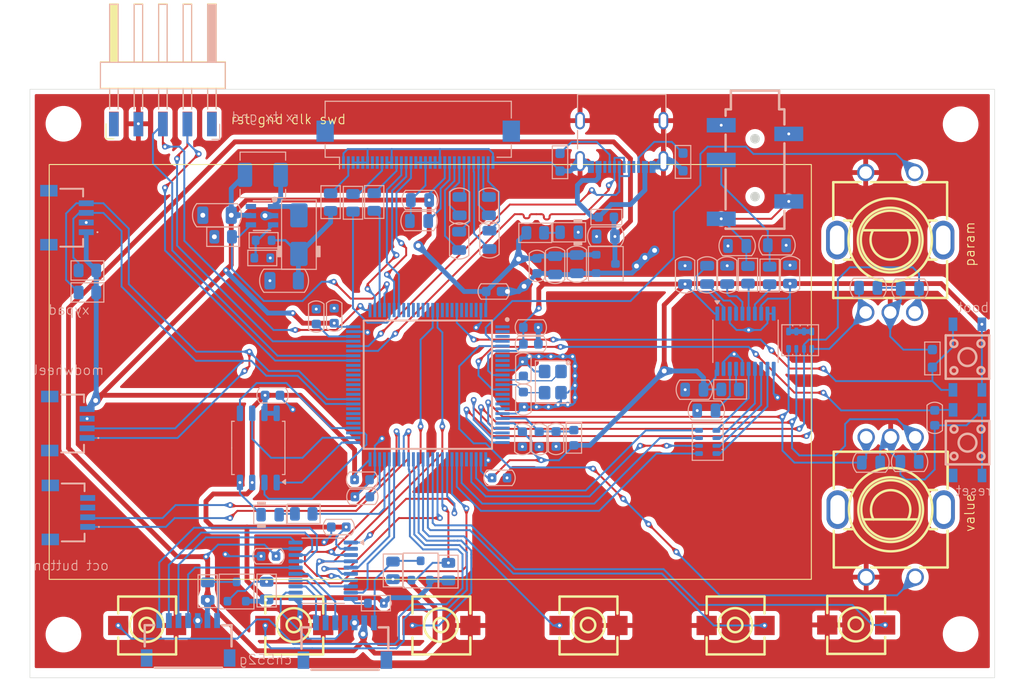
<source format=kicad_pcb>
(kicad_pcb (version 20241229) (generator "pcbnew") (generator_version "9.0")
  (layers (0 "F.Cu" signal) (2 "B.Cu" signal) (13 "F.Paste" user) (15 "B.Paste" user) (5 "F.SilkS" user "F.Silkscreen") (7 "B.SilkS" user "B.Silkscreen") (1 "F.Mask" user) (3 "B.Mask" user) (25 "Edge.Cuts" user))
  (net 0 "")
  (net 1 "+3.3V")
  (net 2 "GND")
  (net 3 "Net-(U1-VNEG)")
  (net 4 "Net-(U1-CAPM)")
  (net 5 "Net-(U1-CAPP)")
  (net 6 "/L")
  (net 7 "/R")
  (net 8 "/VB0+")
  (net 9 "/VB0-")
  (net 10 "/VB1-")
  (net 11 "/VB1+")
  (net 12 "/VA0-")
  (net 13 "/VA0+")
  (net 14 "/VA1+")
  (net 15 "/VA1-")
  (net 16 "/MCU.CS2")
  (net 19 "/ECA1")
  (net 20 "Net-(U1-LDOO)")
  (net 21 "/ECA2")
  (net 22 "/ECB1")
  (net 23 "/ECB2")
  (net 24 "/VCAP_2")
  (net 25 "/VCAP_1")
  (net 26 "/NRST")
  (net 27 "/RCC_OSC_OUT")
  (net 28 "/RCC_OSC_IN")
  (net 29 "Net-(F1-Pad1)")
  (net 30 "+5V")
  (net 35 "/MCU.CS")
  (net 37 "/BTN5")
  (net 38 "/PB13")
  (net 40 "Net-(IC1-PB11)")
  (net 41 "/BTN6")
  (net 42 "/BTN1")
  (net 43 "/D+")
  (net 46 "/BTN3")
  (net 50 "/LCD.BK")
  (net 54 "/SCK")
  (net 56 "/BCK")
  (net 57 "/LCD.CS")
  (net 58 "/MCU.IRQ2")
  (net 60 "/BTN2")
  (net 61 "/BTN4")
  (net 62 "/MCU.SCK")
  (net 64 "/MCU-DSP")
  (net 65 "/PB14")
  (net 66 "/XY.SDA")
  (net 68 "/XY.SCL")
  (net 69 "/PB15")
  (net 71 "/BTN9")
  (net 72 "/LCD.RST")
  (net 73 "/LRCK")
  (net 75 "/MCU.Config2")
  (net 76 "/D-")
  (net 77 "/MCU.Config")
  (net 78 "/VREF+")
  (net 82 "/MCU.IRQ")
  (net 84 "/BOOT0")
  (net 85 "/DIN")
  (net 90 "/BTN10")
  (net 91 "/LCD.DC")
  (net 93 "Net-(LCD1-D3)")
  (net 95 "Net-(LCD1-D0)")
  (net 96 "Net-(U1-OUTL)")
  (net 97 "Net-(U1-OUTR)")
  (net 98 "Net-(RN1-R3.1)")
  (net 99 "Net-(RN1-R2.1)")
  (net 100 "Net-(RN1-R1.1)")
  (net 101 "Net-(RN1-R4.1)")
  (net 102 "Net-(D1-K)")
  (net 103 "/VLCD")
  (net 104 "Net-(D1-A)")
  (net 105 "Net-(LCD1-BK+)")
  (net 106 "Net-(U2-FB)")
  (net 108 "Net-(U4-B3)")
  (net 109 "Net-(U4-B2)")
  (net 110 "Net-(Q1-D)")
  (net 111 "Net-(U4-B1)")
  (net 112 "Net-(U4-B4)")
  (net 113 "/LCD.SDA")
  (net 114 "Net-(U4-B6)")
  (net 115 "/LCD.SCL")
  (net 116 "/PB12")
  (net 117 "Net-(J1-CC2)")
  (net 118 "Net-(J1-CC1)")
  (net 124 "/OCT+")
  (net 125 "/OCT-")
  (net 135 "Net-(Q2-D)")
  (net 136 "/SWD")
  (net 137 "/CLK")
  (net 138 "/RX")
  (net 139 "/TX")
  (net 143 "Net-(U4-B5)")
  (net 144 "Net-(U4-B7)")
  (net 145 "Net-(U4-B8)")
  (net 146 "Net-(LED1-A)")
  (net 147 "Net-(LED2-A)")
  (net 148 "Net-(U4-OE)")
  (net 150 "Net-(U1-XSMT)")
  (footprint "MountingHole:MountingHole_3.2mm_M3" (layer "F.Cu") (at 246.475 -13.575)
    (property "Reference" "H2" (hide yes))
    (property "Value" "MountingHole_M3")
  )
  (footprint "1MyLibrary:KEY-SMD_2P-L6.0-W6.0-P6.00" (layer "F.Cu") (at 235.65 38.327)
    (property "Reference" "SW6" (hide yes))
    (property "Value" "6")
  )
  (footprint "1MyLibrary:SW-TH_EC11XXXXXXXX" (layer "F.Cu") (at 239.1755 -1.32)
    (property "Reference" "SW9" (hide yes))
    (property "Value" "PARAM")
  )
  (footprint "Connector_Harwin:Harwin_M20-89005xx_1x05_P2.54mm_Horizontal" (layer "F.Cu") (at 163.78 -19.15 90)
    (property "Reference" "J2" (hide yes))
    (property "Value" "Conn_01x05")
  )
  (footprint "MountingHole:MountingHole_3.2mm_M3" (layer "F.Cu") (at 153.475 39.325)
    (property "Reference" "H4" (hide yes))
    (property "Value" "MountingHole_M3")
  )
  (footprint "1MyLibrary:KEY-SMD_2P-L6.0-W6.0-P6.00" (layer "F.Cu") (at 162.15 38.381)
    (property "Reference" "SW1" (hide yes))
    (property "Value" "1")
  )
  (footprint "1MyLibrary:KEY-SMD_2P-L6.0-W6.0-P6.00" (layer "F.Cu") (at 177.4 38.381)
    (property "Reference" "SW2" (hide yes))
    (property "Value" "2")
  )
  (footprint "1MyLibrary:KEY-SMD_2P-L6.0-W6.0-P6.00" (layer "F.Cu") (at 192.65 38.381)
    (property "Reference" "SW3" (hide yes))
    (property "Value" "3")
  )
  (footprint "1MyLibrary:SW-TH_EC11XXXXXXXX" (layer "F.Cu") (at 239.2245 26.12 180)
    (property "Reference" "SW10" (hide yes))
    (property "Value" "VALUE")
  )
  (footprint "1MyLibrary:KEY-SMD_2P-L6.0-W6.0-P6.00" (layer "F.Cu") (at 223.15 38.381)
    (property "Reference" "SW5" (hide yes))
    (property "Value" "5")
  )
  (footprint "MountingHole:MountingHole_3.2mm_M3" (layer "F.Cu") (at 153.475 -13.625)
    (property "Reference" "H3" (hide yes))
    (property "Value" "MountingHole_M3")
  )
  (footprint "1MyLibrary:KEY-SMD_2P-L6.0-W6.0-P6.00" (layer "F.Cu") (at 207.9 38.381)
    (property "Reference" "SW4" (hide yes))
    (property "Value" "4")
  )
  (footprint "MountingHole:MountingHole_3.2mm_M3" (layer "F.Cu") (at 246.475 39.275)
    (property "Reference" "H1" (hide yes))
    (property "Value" "MountingHole_M3")
  )
  (footprint "PCM_Resistor_SMD_AKL:R_0603_1608Metric" (layer "B.Cu") (at 174.086499 0.285287)
    (property "Reference" "R13" (hide yes))
    (property "Value" "22K" (hide yes))
  )
  (footprint "PCM_LED_SMD_AKL:LED_0805_2012Metric" (layer "B.Cu") (at 205.9 -2.38 180)
    (property "Reference" "LED1" (hide yes))
    (property "Value" "Power" (hide yes))
  )
  (footprint "footprint:SM04BSRSSTB" (layer "B.Cu") (at 153.55 -3.887 90)
    (property "Reference" "J7" (hide yes))
    (property "Value" "MPR121" (hide yes))
  )
  (footprint "PCM_Resistor_SMD_AKL:R_0805_2012Metric" (layer "B.Cu") (at 193.38 32.8 90)
    (property "Reference" "R27" (hide yes))
    (property "Value" "4.7k" (hide yes))
  )
  (footprint "PCM_Capacitor_SMD_AKL:C_0603_1608Metric" (layer "B.Cu") (at 201.149695 11.740018 -90)
    (property "Reference" "C34" (hide yes))
    (property "Value" "22pF" (hide yes))
  )
  (footprint "PCM_Resistor_SMD_AKL:R_0603_1608Metric_Pad0.98x0.95mm" (layer "B.Cu") (at 243.55 10.7 -90)
    (property "Reference" "R22" (hide yes))
    (property "Value" "10k" (hide yes))
  )
  (footprint "PCM_Capacitor_SMD_AKL:C_0603_1608Metric" (layer "B.Cu") (at 204.539817 19.05001 90)
    (property "Reference" "C30" (hide yes))
    (property "Value" "100nF" (hide yes))
  )
  (footprint "PCM_Capacitor_SMD_AKL:C_0805_2012Metric" (layer "B.Cu") (at 237.182262 21.5)
    (property "Reference" "C17" (hide yes))
    (property "Value" "100N" (hide yes))
  )
  (footprint "PCM_Capacitor_SMD_AKL:C_0805_2012Metric" (layer "B.Cu") (at 209.690894 -1.94 180)
    (property "Reference" "C36" (hide yes))
    (property "Value" "10uF" (hide yes))
  )
  (footprint "PCM_Capacitor_SMD_AKL:C_0805_2012Metric" (layer "B.Cu") (at 204.440894 1.05 -90)
    (property "Reference" "C38" (hide yes))
    (property "Value" "1uF" (hide yes))
  )
  (footprint "PCM_Capacitor_SMD_AKL:C_0603_1608Metric" (layer "B.Cu") (at 184.429939 23.270014 180)
    (property "Reference" "C23" (hide yes))
    (property "Value" "100nF" (hide yes))
  )
  (footprint "PCM_Resistor_SMD_AKL:R_0805_2012Metric" (layer "B.Cu") (at 185.687045 -5.515382 -90)
    (property "Reference" "R12" (hide yes))
    (property "Value" "470" (hide yes))
  )
  (footprint "PCM_Resistor_SMD_AKL:R_0805_2012Metric" (layer "B.Cu") (at 170.030998 -1.911426 180)
    (property "Reference" "R20" (hide yes))
    (property "Value" "4.7K" (hide yes))
  )
  (footprint "PCM_Resistor_SMD_AKL:R_0805_2012Metric" (layer "B.Cu") (at 183.487044 -5.435381 -90)
    (property "Reference" "R11" (hide yes))
    (property "Value" "470" (hide yes))
  )
  (footprint "PCM_Capacitor_SMD_AKL:C_0805_2012Metric" (layer "B.Cu") (at 220.12 16.10447 180)
    (property "Reference" "C18" (hide yes))
    (property "Value" "2.2U" (hide yes))
  )
  (footprint "PCM_Capacitor_SMD_AKL:C_0805_2012Metric" (layer "B.Cu") (at 241.182262 21.42 180)
    (property "Reference" "C16" (hide yes))
    (property "Value" "100N" (hide yes))
  )
  (footprint "PCM_Resistor_SMD_AKL:R_0805_2012Metric" (layer "B.Cu") (at 226.68 2.1 90)
    (property "Reference" "R2" (hide yes))
    (property "Value" "470" (hide yes))
  )
  (footprint "PCM_Resistor_SMD_AKL:R_0805_2012Metric" (layer "B.Cu") (at 224.43 2.03 90)
    (property "Reference" "R1" (hide yes))
    (property "Value" "470" (hide yes))
  )
  (footprint "PCM_Package_TO_SOT_SMD_AKL:SOT-23" (layer "B.Cu") (at 190.5 32.68 90)
    (property "Reference" "Q2" (hide yes))
    (property "Value" "Si2302CDS" (hide yes))
  )
  (footprint "PCM_Resistor_SMD_AKL:R_0805_2012Metric" (layer "B.Cu") (at 168.426316 34.825 90)
    (property "Reference" "R21" (hide yes))
    (property "Value" "4.7K" (hide yes))
  )
  (footprint "PCM_Capacitor_SMD_AKL:C_0603_1608Metric" (layer "B.Cu") (at 182.009106 28.18 180)
    (property "Reference" "C40" (hide yes))
    (property "Value" "100N" (hide yes))
  )
  (footprint "footprint:SM04BSRSSTB" (layer "B.Cu") (at 153.7 26.663 90)
    (property "Reference" "J9" (hide yes))
    (property "Value" "octButton" (hide yes))
  )
  (footprint "PCM_Capacitor_SMD_AKL:C_0805_2012Metric" (layer "B.Cu") (at 197.574618 -5.084363 90)
    (property "Reference" "C9" (hide yes))
    (property "Value" "1U" (hide yes))
  )
  (footprint "Connector_FFC-FPC:Hirose_FH12-32S-0.5SH_1x32-1MP_P0.50mm_Horizontal" (layer "B.Cu") (at 190.250056 -11.455382)
    (property "Reference" "LCD1" (hide yes))
    (property "Value" "2.7寸240*96 0.5MM*32P UC1638 三串背光 背面插座")
  )
  (footprint "PCM_Capacitor_SMD_AKL:C_0805_2012Metric" (layer "B.Cu") (at 223.31 -0.959106)
    (property "Reference" "C6" (hide yes))
    (property "Value" "2.2N" (hide yes))
  )
  (footprint "PCM_Resistor_SMD_AKL:R_0603_1608Metric_Pad0.98x0.95mm" (layer "B.Cu") (at 217.7 -9.67 -90)
    (property "Reference" "R24" (hide yes))
    (property "Value" "5.1k" (hide yes))
  )
  (footprint "PCM_Capacitor_SMD_AKL:C_0603_1608Metric" (layer "B.Cu") (at 202.789817 19.080006 90)
    (property "Reference" "C31" (hide yes))
    (property "Value" "10uF" (hide yes))
  )
  (footprint "footprint:SM07B-SRSS-TB" (layer "B.Cu") (at 187.15 42.97767 180)
    (property "Reference" "J5" (hide yes))
    (property "Value" "CH552G-2" (hide yes))
  )
  (footprint "PCM_Capacitor_SMD_AKL:C_0603_1608Metric" (layer "B.Cu") (at 201.149695 14.960022 90)
    (property "Reference" "C33" (hide yes))
    (property "Value" "22pF" (hide yes))
  )
  (footprint "PCM_Capacitor_SMD_AKL:C_1206_3216Metric" (layer "B.Cu") (at 169.394395 -4.145287 180)
    (property "Reference" "C19" (hide yes))
    (property "Value" "22U" (hide yes))
  )
  (footprint "PCM_Resistor_SMD_AKL:R_Array_Convex_4x0603" (layer "B.Cu") (at 220.26 19.36 180)
    (property "Reference" "RN1" (hide yes))
    (property "Value" "470" (hide yes))
  )
  (footprint "PCM_Capacitor_SMD_AKL:C_0805_2012Metric" (layer "B.Cu") (at 194.494619 -1.484362 90)
    (property "Reference" "C10" (hide yes))
    (property "Value" "1U" (hide yes))
  )
  (footprint "PCM_Package_TO_SOT_SMD_AKL:SOT-23" (layer "B.Cu") (at 171.426316 34.865 90)
    (property "Reference" "Q1" (hide yes))
    (property "Value" "Si2302CDS" (hide yes))
  )
  (footprint "PCM_Capacitor_SMD_AKL:C_0805_2012Metric" (layer "B.Cu") (at 194.534361 -5.085382 90)
    (property "Reference" "C11" (hide yes))
    (property "Value" "1U" (hide yes))
  )
  (footprint "PCM_Capacitor_SMD_AKL:C_0603_1608Metric" (layer "B.Cu") (at 201.05001 19.070061 90)
    (property "Reference" "C24" (hide yes))
    (property "Value" "100nF" (hide yes))
  )
  (footprint "Package_SO:SOIC-8_5.3x5.3mm_P1.27mm" (layer "B.Cu") (at 173.675 19.975 90)
    (property "Reference" "U5" (hide yes))
    (property "Value" "W25Q16JVSS")
  )
  (footprint "PCM_Capacitor_SMD_AKL:C_0603_1608Metric" (layer "B.Cu") (at 181.539817 6.270014 90)
    (property "Reference" "C29" (hide yes))
    (property "Value" "100nF" (hide yes))
  )
  (footprint "PCM_Capacitor_SMD_AKL:C_0603_1608Metric" (layer "B.Cu") (at 184.460183 25.039978 180)
    (property "Reference" "C27" (hide yes))
    (property "Value" "100nF" (hide yes))
  )
  (footprint "PCM_Capacitor_SMD_AKL:C_0603_1608Metric" (layer "B.Cu") (at 201.919817 7.490018)
    (property "Reference" "C28" (hide yes))
    (property "Value" "100nF" (hide yes))
  )
  (footprint "Connector_Harwin:Harwin_M20-89005xx_1x05_P2.54mm_Horizontal" (layer "B.Cu") (at 163.78 -19.1 90)
    (property "Reference" "J3" (hide yes))
    (property "Value" "Conn_01x05")
  )
  (footprint "PCM_Capacitor_SMD_AKL:C_0805_2012Metric" (layer "B.Cu") (at 241.217738 3.46 180)
    (property "Reference" "C15" (hide yes))
    (property "Value" "100N" (hide yes))
  )
  (footprint "PCM_Capacitor_SMD_AKL:C_0603_1608Metric" (layer "B.Cu") (at 179.679939 6.360002 90)
    (property "Reference" "C26" (hide yes))
    (property "Value" "100nF" (hide yes))
  )
  (footprint "Connector_USB:USB_C_Receptacle_G-Switch_GT-USB-7010ASV" (layer "B.Cu") (at 211.345 -12.875)
    (property "Reference" "J1" (hide yes))
    (property "Value" "USB_C_Receptacle_USB2.0_16P")
  )
  (footprint "1MyLibrary:AUDIO-IN-SMD_PJ-327A_C22355751" (layer "B.Cu") (at 225.16 -8.625 -90)
    (property "Reference" "PJ1" (hide yes))
    (property "Value" "~")
    (fp_poly (pts (xy -2.95 0) (xy -2.970254 0.140866) (xy -3.029373 0.27032) (xy -3.12257 0.377875) (xy -3.242292 0.454816) (xy -3.378843 0.494911) (xy -3.521157 0.494911) (xy -3.657708 0.454816) (xy -3.77743 0.377875) (xy -3.870627 0.27032) (xy -3.929746 0.140866) (xy -3.95 0) (xy -3.929746 -0.140866) (xy -3.870627 -0.27032) (xy -3.77743 -0.377875) (xy -3.657708 -0.454816) (xy -3.521157 -0.494911) (xy -3.378843 -0.494911) (xy -3.242292 -0.454816) (xy -3.12257 -0.377875) (xy -3.029373 -0.27032) (xy -2.970254 -0.140866)) (fill yes) (layer "Edge.Cuts"))
    (fp_poly (pts (xy 3.05 0) (xy 3.029746 0.140866) (xy 2.970627 0.27032) (xy 2.87743 0.377875) (xy 2.757708 0.454816) (xy 2.621157 0.494911) (xy 2.478843 0.494911) (xy 2.342292 0.454816) (xy 2.22257 0.377875) (xy 2.129373 0.27032) (xy 2.070254 0.140866) (xy 2.05 0) (xy 2.070254 -0.140866) (xy 2.129373 -0.27032) (xy 2.22257 -0.377875) (xy 2.342292 -0.454816) (xy 2.478843 -0.494911) (xy 2.621157 -0.494911) (xy 2.757708 -0.454816) (xy 2.87743 -0.377875) (xy 2.970627 -0.27032) (xy 3.029746 -0.140866)) (fill yes) (layer "Edge.Cuts"))
  )
  (footprint "PCM_Capacitor_SMD_AKL:C_0805_2012Metric" (layer "B.Cu") (at 227.440894 -1.03 180)
    (property "Reference" "C7" (hide yes))
    (property "Value" "2.2N" (hide yes))
  )
  (footprint "Package_SO:TSSOP-20_4.4x6.5mm_P0.65mm" (layer "B.Cu") (at 180.4 32.705 180)
    (property "Reference" "U4" (hide yes))
    (property "Value" "TXS0108EPW")
  )
  (footprint "PCM_Resistor_SMD_AKL:R_0805_2012Metric" (layer "B.Cu") (at 174.536316 34.765 90)
    (property "Reference" "R23" (hide yes))
    (property "Value" "4.7k" (hide yes))
  )
  (footprint "PCM_Resistor_SMD_AKL:R_Array_Convex_4x0603" (layer "B.Cu") (at 229.842208 8.81 90)
    (property "Reference" "RN2" (hide yes))
    (property "Value" "10K" (hide yes))
  )
  (footprint "1MyLibrary:SW-SMD_4P-L4.5-W4.5-P3.00-LS7.0_TS-1009S-03826" (layer "B.Cu") (at 247.19 19.433 -90)
    (property "Reference" "SW7" (hide yes))
    (property "Value" "SW_Push")
  )
  (footprint "PCM_Capacitor_SMD_AKL:C_0805_2012Metric" (layer "B.Cu") (at 236.899526 3.38)
    (property "Reference" "C14" (hide yes))
    (property "Value" "100N" (hide yes))
  )
  (footprint "PCM_Capacitor_SMD_AKL:C_0603_1608Metric" (layer "B.Cu") (at 198.679939 23.080006 180)
    (property "Reference" "C25" (hide yes))
    (property "Value" "100nF" (hide yes))
  )
  (footprint "Inductor_SMD:L_APV_APH0420" (layer "B.Cu") (at 174.143501 -8.330287)
    (property "Reference" "L1" (hide yes))
    (property "Value" "6.8U")
  )
  (footprint "footprint:SM07B-SRSS-TB" (layer "B.Cu") (at 170.9 42.75233 180)
    (property "Reference" "J4" (hide yes))
    (property "Value" "CH552G" (hide yes))
  )
  (footprint "PCM_Capacitor_SMD_AKL:C_0603_1608Metric" (layer "B.Cu") (at 243.789817 16.860002 -90)
    (property "Reference" "C32" (hide yes))
    (property "Value" "100nF" (hide yes))
  )
  (footprint "PCM_Capacitor_SMD_AKL:C_0603_1608Metric" (layer "B.Cu") (at 174.740894 31.2)
    (property "Reference" "C41" (hide yes))
    (property "Value" "100N" (hide yes))
  )
  (footprint "1MyLibrary:SW-SMD_4P-L4.5-W4.5-P3.00-LS7.0_TS-1009S-03826" (layer "B.Cu") (at 247.179 10.56 90)
    (property "Reference" "SW8" (hide yes))
    (property "Value" "SW_Push")
  )
  (footprint "PCM_Package_TO_SOT_SMD_AKL:SOT-23" (layer "B.Cu") (at 209.695 0.9)
    (property "Reference" "U3" (hide yes))
    (property "Value" "ME6210A33M3G" (hide yes))
  )
  (footprint "PCM_Resistor_SMD_AKL:R_0805_2012Metric" (layer "B.Cu") (at 181.168724 -5.500764 -90)
    (property "Reference" "R15" (hide yes))
    (property "Value" "1K" (hide yes))
  )
  (footprint "PCM_Resistor_SMD_AKL:R_0805_2012Metric" (layer "B.Cu") (at 222.578212 13.91)
    (property "Reference" "R3" (hide yes))
    (property "Value" "470" (hide yes))
  )
  (footprint "PCM_Capacitor_SMD_AKL:C_0805_2012Metric" (layer "B.Cu") (at 218.87 13.940894 180)
    (property "Reference" "C4" (hide yes))
    (property "Value" "100N" (hide yes))
  )
  (footprint "PCM_Capacitor_SMD_AKL:C_1206_3216Metric" (layer "B.Cu") (at 176.352607 2.644713 180)
    (property "Reference" "C20" (hide yes))
    (property "Value" "22U" (hide yes))
  )
  (footprint "PCM_Capacitor_SMD_AKL:C_0603_1608Metric" (layer "B.Cu") (at 175.149695 14.520014)
    (property "Reference" "C35" (hide yes))
    (property "Value" "100nF" (hide yes))
  )
  (footprint "PCM_Capacitor_SMD_AKL:C_0805_2012Metric" (layer "B.Cu") (at 197.634362 -1.595381 90)
    (property "Reference" "C8" (hide yes))
    (property "Value" "1U" (hide yes))
  )
  (footprint "PCM_Resistor_SMD_AKL:R_0805_2012Metric" (layer "B.Cu") (at 202.38 -2.32)
    (property "Reference" "R28" (hide yes))
    (property "Value" "4.7K" (hide yes))
  )
  (footprint "PCM_Resistor_SMD_AKL:R_0805_2012Metric" (layer "B.Cu") (at 187.63 32.67 90)
    (property "Reference" "R26" (hide yes))
    (property "Value" "4.7K" (hide yes))
  )
  (footprint "PCM_Capacitor_SMD_AKL:C_0603_1608Metric" (layer "B.Cu") (at 198.070061 3.759982 180)
    (property "Reference" "C22" (hide yes))
    (property "Value" "100nF" (hide yes))
  )
  (footprint "PCM_Resistor_SMD_AKL:R_0805_2012Metric" (layer "B.Cu") (at 155.96 1.58 180)
    (property "Reference" "R18" (hide yes))
    (property "Value" "4.7K" (hide yes))
  )
  (footprint "PCM_Resistor_SMD_AKL:R_0805_2012Metric" (layer "B.Cu") (at 178.38 26.81)
    (property "Reference" "R29" (hide yes))
    (property "Value" "4.7K" (hide yes))
  )
  (footprint "footprint:SM04BSRSSTB" (layer "B.Cu") (at 153.64 17.447 90)
    (property "Reference" "J8" (hide yes))
    (property "Value" "MPR121-2" (hide yes))
  )
  (footprint "footprint:QFP50P1600X1600X160-100N" (layer "B.Cu") (at 191.25 13.42 180)
    (property "Reference" "IC1" (hide yes))
    (property "Value" "STM32H750VBT6" (hide yes))
  )
  (footprint "PCM_Resistor_SMD_AKL:R_0603_1608Metric_Pad0.98x0.95mm" (layer "B.Cu") (at 204.95 -9.64 -90)
    (property "Reference" "R25" (hide yes))
    (property "Value" "5.1k" (hide yes))
  )
  (footprint "PCM_Capacitor_SMD_AKL:C_0805_2012Metric" (layer "B.Cu") (at 220.2 2.040894 -90)
    (property "Reference" "C3" (hide yes))
    (property "Value" "2.2U" (hide yes))
  )
  (footprint "PCM_Diode_SMD_AKL:D_SMA" (layer "B.Cu") (at 177.883501 -2.135287 90)
    (property "Reference" "D1" (hide yes))
    (property "Value" "SS34" (hide yes))
  )
  (footprint "PCM_Capacitor_SMD_AKL:C_0805_2012Metric" (layer "B.Cu") (at 190.334362 -3.545382)
    (property "Reference" "C12" (hide yes))
    (property "Value" "1U" (hide yes))
  )
  (footprint "PCM_Capacitor_SMD_AKL:C_0805_2012Metric" (layer "B.Cu") (at 190.434363 -5.715382)
    (property "Reference" "C13" (hide yes))
    (property "Value" "1U" (hide yes))
  )
  (footprint "PCM_Capacitor_SMD_AKL:C_0805_2012Metric" (layer "B.Cu") (at 222.28 2.040894 90)
    (property "Reference" "C2" (hide yes))
    (property "Value" "2.2U" (hide yes))
  )
  (footprint "PCM_Capacitor_SMD_AKL:C_0603_1608Metric" (layer "B.Cu") (at 201.929939 9.210022 180)
    (property "Reference" "C21" (hide yes))
    (property "Value" "100nF" (hide yes))
  )
  (footprint "PCM_Capacitor_SMD_AKL:C_0603_1608Metric" (layer "B.Cu") (at 202.559939 1.110002 -90)
    (property "Reference" "C39" (hide yes))
    (property "Value" "100nF" (hide yes))
  )
  (footprint "PCM_Capacitor_SMD_AKL:C_0805_2012Metric" (layer "B.Cu") (at 206.690894 0.93 -90)
    (property "Reference" "C37" (hide yes))
    (property "Value" "10uF" (hide yes))
  )
  (footprint "PCM_Capacitor_SMD_AKL:C_0805_2012Metric" (layer "B.Cu") (at 217.91 2.040894 90)
    (property "Reference" "C1" (hide yes))
    (property "Value" "100N" (hide yes))
  )
  (footprint "Package_SO:TSSOP-20_4.4x6.5mm_P0.65mm" (layer "B.Cu") (at 224.175 8.92 -90)
    (property "Reference" "U1" (hide yes))
    (property "Value" "PCM5102A")
  )
  (footprint "PCM_Inductor_SMD_AKL:L_0603_1608Metric" (layer "B.Cu") (at 206.38 18.92 90)
    (property "Reference" "L2" (hide yes))
    (property "Value" "600R" (hide yes))
  )
  (footprint "PCM_Crystal_AKL:Crystal_SMD_3225-4Pin_3.2x2.5mm" (layer "B.Cu") (at 204.2 13.15 -90)
    (property "Reference" "X1" (hide yes))
    (property "Value" "SMD3225-4" (hide yes))
  )
  (footprint "PCM_LED_SMD_AKL:LED_0805_2012Metric" (layer "B.Cu") (at 174.9 26.9)
    (property "Reference" "LED2" (hide yes))
    (property "Value" "Debug" (hide yes))
  )
  (footprint "PCM_Resistor_SMD_AKL:R_0603_1608Metric" (layer "B.Cu") (at 174.223501 -1.545287 180)
    (property "Reference" "R14" (hide yes))
    (property "Value" "560K" (hide yes))
  )
  (footprint "PCM_Resistor_SMD_AKL:R_0603_1608Metric" (layer "B.Cu") (at 185.86 36.07)
    (property "Reference" "R16" (hide yes))
    (property "Value" "10k" (hide yes))
  )
  (footprint "PCM_Capacitor_SMD_AKL:C_0805_2012Metric" (layer "B.Cu") (at 228.79 1.990894 90)
    (property "Reference" "C5" (hide yes))
    (property "Value" "100N" (hide yes))
  )
  (footprint "PCM_Resistor_SMD_AKL:R_0805_2012Metric" (layer "B.Cu") (at 155.96 3.86 180)
    (property "Reference" "R19" (hide yes))
    (property "Value" "4.7K" (hide yes))
  )
  (footprint "1MyLibrary:SOT-23-6_L2.9-W1.6-P0.95-LS2.8-BL" (layer "B.Cu") (at 174.054501 -4.100287 -90)
    (property "Reference" "U2" (hide yes))
    (property "Value" "SX1308")
  )
  (footprint "PCM_Fuse_Handsoldering_AKL:Fuse_0603_1608Metric" (layer "B.Cu") (at 209.75 -3.95)
    (property "Reference" "F1" (hide yes))
    (property "Value" "500mA" (hide yes))
  )
  (gr_rect (start 152 -9.4) (end 231 33.6) (stroke (width 0.1)) (fill no) (layer "F.SilkS"))
  (gr_rect (start 150 -17.2) (end 250 43.8) (stroke (width 0.05)) (fill no) (layer "Edge.Cuts"))
  (gr_text "rst gnd clk swd" (at 170.75 -13.5 0) (layer "F.SilkS") (effects (font (size 1 1) (thickness 0.1)) (justify left bottom)))
  (gr_text "value" (at 248 28.75 90) (layer "F.SilkS") (effects (font (size 1 1) (thickness 0.1)) (justify left bottom)))
  (gr_text "param" (at 248 1.25 90) (layer "F.SilkS") (effects (font (size 1 1) (thickness 0.1)) (justify left bottom)))
  (gr_text "oct button" (at 158.25 32.75 0) (layer "B.SilkS") (effects (font (size 1 1) (thickness 0.1)) (justify left bottom mirror)))
  (gr_text "xypad" (at 156.25 6.25 0) (layer "B.SilkS") (effects (font (size 1 1) (thickness 0.1)) (justify left bottom mirror)))
  (gr_text "boot" (at 249.5 6 0) (layer "B.SilkS") (effects (font (size 1 1) (thickness 0.1)) (justify left bottom mirror)))
  (gr_text "rx tx gnd" (at 178 -13.75 0) (layer "B.SilkS") (effects (font (size 1 1) (thickness 0.1)) (justify left bottom mirror)))
  (gr_text "ch552g" (at 177.25 42.5 0) (layer "B.SilkS") (effects (font (size 1 1) (thickness 0.1)) (justify left bottom mirror)))
  (gr_text "modwheel" (at 157.75 12.5 0) (layer "B.SilkS") (effects (font (size 1 1) (thickness 0.1)) (justify left bottom mirror)))
  (gr_text "reset" (at 249.75 25 0) (layer "B.SilkS") (effects (font (size 1 1) (thickness 0.1)) (justify left bottom mirror)))
  (segment (start 157.353986 14.520014) (end 156.812 15.062) (width 0.5) (layer "F.Cu") (net 1))
  (segment (start 172.43949 -5.715382) (end 170.869395 -4.145287) (width 0.5) (layer "F.Cu") (net 1))
  (segment (start 174.481908 35.731908) (end 172.5 33.75) (width 0.5) (layer "F.Cu") (net 1))
  (segment (start 197.904939 23.080006) (end 199.734945 21.25) (width 0.2) (layer "F.Cu") (net 1))
  (segment (start 169 24.75) (end 168.25 25.5) (width 0.5) (layer "F.Cu") (net 1))
  (segment (start 173.04 15.854709) (end 174.374695 14.520014) (width 0.5) (layer "F.Cu") (net 1))
  (segment (start 186.685 36.07) (end 186.115 35.5) (width 0.5) (layer "F.Cu") (net 1))
  (segment (start 174.374695 14.520014) (end 157.353986 14.520014) (width 0.5) (layer "F.Cu") (net 1))
  (segment (start 200.652522 0.402522) (end 203.240894 2.990894) (width 0.5) (layer "F.Cu") (net 1))
  (segment (start 168.25 27.5) (end 168.93 28.18) (width 0.5) (layer "F.Cu") (net 1))
  (segment (start 228.79 2.940894) (end 217.96 2.940894) (width 0.5) (layer "F.Cu") (net 1))
  (segment (start 170.869395 -4.145287) (end 170.869395 1.003105) (width 0.5) (layer "F.Cu") (net 1))
  (segment (start 170.31125 1.56125) (end 164.8735 6.999) (width 0.5) (layer "F.Cu") (net 1))
  (segment (start 156.8725 15) (end 157.352486 14.520014) (width 0.5) (layer "F.Cu") (net 1))
  (segment (start 202.75 5.5) (end 202.75 3.481788) (width 0.5) (layer "F.Cu") (net 1))
  (segment (start 199.734945 21.25) (end 203 21.25) (width 0.2) (layer "F.Cu") (net 1))
  (segment (start 175.5 -5.715382) (end 191.384362 -5.715382) (width 0.5) (layer "F.Cu") (net 1))
  (segment (start 191.384362 -2.134362) (end 191.384362 -5.715382) (width 0.5) (layer "F.Cu") (net 1))
  (segment (start 181.539817 7.045014) (end 181.493803 6.999) (width 0.5) (layer "F.Cu") (net 1))
  (segment (start 178.295014 7.045014) (end 177.25 6) (width 0.5) (layer "F.Cu") (net 1))
  (segment (start 173.04 23.5625) (end 173.04 24.21) (width 0.5) (layer "F.Cu") (net 1))
  (segment (start 181.539817 7.045014) (end 178.295014 7.045014) (width 0.5) (layer "F.Cu") (net 1))
  (segment (start 202.75 3.481788) (end 203.240894 2.990894) (width 0.5) (layer "F.Cu") (net 1))
  (segment (start 203.240894 2.990894) (end 217.91 2.990894) (width 0.5) (layer "F.Cu") (net 1))
  (segment (start 172.5 24.75) (end 169 24.75) (width 0.5) (layer "F.Cu") (net 1))
  (segment (start 217.91 2.990894) (end 215.75 5.150894) (width 0.5) (layer "F.Cu") (net 1))
  (segment (start 168.25 25.5) (end 168.25 27.5) (width 0.5) (layer "F.Cu") (net 1))
  (segment (start 174.908406 -5.715382) (end 175.5 -5.715382) (width 0.5) (layer "F.Cu") (net 1))
  (segment (start 178.020014 14.520014) (end 183.654939 20.154939) (width 0.5) (layer "F.Cu") (net 1))
  (segment (start 172.5 33.75) (end 172.5 28.18) (width 0.5) (layer "F.Cu") (net 1))
  (segment (start 168.93 28.18) (end 172.5 28.18) (width 0.5) (layer "F.Cu") (net 1))
  (segment (start 172.5 28.18) (end 182.784106 28.18) (width 0.5) (layer "F.Cu") (net 1))
  (segment (start 186.115 35.5) (end 174.713816 35.5) (width 0.5) (layer "F.Cu") (net 1))
  (segment (start 173.04 23.5625) (end 173.04 15.854709) (width 0.5) (layer "F.Cu") (net 1))
  (segment (start 175.5 -5.715382) (end 172.43949 -5.715382) (width 0.5) (layer "F.Cu") (net 1))
  (segment (start 217.96 2.940894) (end 217.91 2.990894) (width 0.5) (layer "F.Cu") (net 1))
  (segment (start 170.869395 1.003105) (end 170.31125 1.56125) (width 0.5) (layer "F.Cu") (net 1))
  (segment (start 248.679 7.16) (end 244.459894 2.940894) (width 0.5) (layer "F.Cu") (net 1))
  (segment (start 173.04 24.21) (end 172.5 24.75) (width 0.5) (layer "F.Cu") (net 1))
  (segment (start 215.75 5.150894) (end 215.75 12) (width 0.5) (layer "F.Cu") (net 1))
  (segment (start 174.481908 35.481908) (end 174.481908 35.731908) (width 0.5) (layer "F.Cu") (net 1))
  (segment (start 174.374695 14.520014) (end 178.020014 14.520014) (width 0.5) (layer "F.Cu") (net 1))
  (segment (start 164.8735 6.999) (end 156.8725 15) (width 0.5) (layer "F.Cu") (net 1))
  (segment (start 190.25 -1) (end 191.384362 -2.134362) (width 0.5) (layer "F.Cu") (net 1))
  (segment (start 183.654939 20.154939) (end 183.654939 23.270014) (width 0.5) (layer "F.Cu") (net 1))
  (segment (start 244.459894 2.940894) (end 228.79 2.940894) (width 0.5) (layer "F.Cu") (net 1))
  (segment (start 174.713816 35.5) (end 174.481908 35.731908) (width 0.5) (layer "F.Cu") (net 1))
  (via (at 190.25 -1) (size 1) (drill 0.5) (layers "F.Cu" "B.Cu") (net 1))
  (via (at 170.31125 1.56125) (size 0.6) (drill 0.3) (layers "F.Cu" "B.Cu") (net 1))
  (via (at 174.481908 35.731908) (size 0.6) (drill 0.3) (layers "F.Cu" "B.Cu") (net 1))
  (via (at 217.91 2.990894) (size 0.6) (drill 0.3) (layers "F.Cu" "B.Cu") (net 1))
  (via (at 174.374695 14.520014) (size 0.6) (drill 0.3) (layers "F.Cu" "B.Cu") (net 1))
  (via (at 248.679 7.16) (size 0.6) (drill 0.3) (layers "F.Cu" "B.Cu") (net 1))
  (via (at 200.652522 0.402522) (size 1) (drill 0.5) (layers "F.Cu" "B.Cu") (net 1))
  (via (at 177.25 6) (size 0.6) (drill 0.3) (layers "F.Cu" "B.Cu") (net 1))
  (via (at 228.79 2.940894) (size 0.6) (drill 0.3) (layers "F.Cu" "B.Cu") (net 1))
  (via (at 183.654939 23.270014) (size 0.6) (drill 0.3) (layers "F.Cu" "B.Cu") (net 1))
  (via (at 182.784106 28.18) (size 0.6) (drill 0.3) (layers "F.Cu" "B.Cu") (net 1))
  (via (at 215.75 12) (size 1) (drill 0.5) (layers "F.Cu" "B.Cu") (net 1))
  (via (at 203 21.25) (size 0.6) (drill 0.3) (layers "F.Cu" "B.Cu") (net 1))
  (via (at 197.904939 23.080006) (size 0.6) (drill 0.3) (layers "F.Cu" "B.Cu") (net 1))
  (via (at 173.04 23.5625) (size 0.6) (drill 0.3) (layers "F.Cu" "B.Cu") (net 1))
  (via (at 170.869395 -4.145287) (size 1) (drill 0.5) (layers "F.Cu" "B.Cu") (net 1))
  (via (at 156.812 15.062) (size 1) (drill 0.5) (layers "F.Cu" "B.Cu") (net 1))
  (via (at 191.384362 -5.715382) (size 0.6) (drill 0.3) (layers "F.Cu" "B.Cu") (net 1))
  (via (at 186.685 36.07) (size 0.6) (drill 0.3) (layers "F.Cu" "B.Cu") (net 1))
  (via (at 181.539817 7.045014) (size 0.6) (drill 0.3) (layers "F.Cu" "B.Cu") (net 1))
  (via (at 202.75 5.5) (size 0.6) (drill 0.3) (layers "F.Cu" "B.Cu") (net 1))
  (segment (start 228.79 7.762208) (end 228.642208 7.91) (width 0.2) (layer "B.Cu") (net 1))
  (segment (start 200.444961 9.92) (end 198.988 9.92) (width 0.2) (layer "B.Cu") (net 1))
  (segment (start 200.652522 -1.505022) (end 201.4675 -2.32) (width 0.5) (layer "B.Cu") (net 1))
  (segment (start 174.682585 6) (end 177.25 6) (width 0.5) (layer "B.Cu") (net 1))
  (segment (start 181.914803 7.42) (end 181.539817 7.045014) (width 0.2) (layer "B.Cu") (net 1))
  (segment (start 174.374695 16.322805) (end 174.31 16.3875) (width 0.5) (layer "B.Cu") (net 1))
  (segment (start 196.75 21.158) (end 196.75 22.375067) (width 0.2) (layer "B.Cu") (net 1))
  (segment (start 202.75 5.5) (end 201.144817 7.105183) (width 0.2) (layer "B.Cu") (net 1))
  (segment (start 191.384362 -5.715382) (end 191.384362 -6.365126) (width 0.2) (layer "B.Cu") (net 1))
  (segment (start 156.8725 15) (end 156.8725 15.0015) (width 0.5) (layer "B.Cu") (net 1))
  (segment (start 219.82 12.690894) (end 219.129106 12) (width 0.5) (layer "B.Cu") (net 1))
  (segment (start 183.654939 22.753061) (end 183.654939 23.270014) (width 0.2) (layer "B.Cu") (net 1))
  (segment (start 170.31125 1.628665) (end 174.682585 6) (width 0.5) (layer "B.Cu") (net 1))
  (segment (start 172.860501 -4.145287) (end 172.905501 -4.100287) (width 0.5) (layer "B.Cu") (net 1))
  (segment (start 191.384362 -6.365126) (end 193.000056 -7.98082) (width 0.2) (layer "B.Cu") (net 1))
  (segment (start 221.665712 13.91) (end 219.850894 13.91) (width 0.2) (layer "B.Cu") (net 1))
  (segment (start 201.144817 7.490018) (end 201.144817 7.105183) (width 0.2) (layer "B.Cu") (net 1))
  (segment (start 156.8725 15.0015) (end 156.812 15.062) (width 0.5) (layer "B.Cu") (net 1))
  (segment (start 197.295061 3.759982) (end 197.295061 5.636939) (width 0.2) (layer "B.Cu") (net 1))
  (segment (start 190.25 35.5) (end 191.45 34.3) (width 0.5) (layer "B.Cu") (net 1))
  (segment (start 221.07 12.690894) (end 221.07 11.9625) (width 0.2) (layer "B.Cu") (net 1))
  (segment (start 206.720894 -0.05) (end 206.690894 -0.02) (width 0.5) (layer "B.Cu") (net 1))
  (segment (start 201.154939 9.210022) (end 200.444961 9.92) (width 0.2) (layer "B.Cu") (net 1))
  (segment (start 197.9445 9.92) (end 197.5 10.3645) (width 0.2) (layer "B.Cu") (net 1))
  (segment (start 208.695 -0.05) (end 206.720894 -0.05) (width 0.5) (layer "B.Cu") (net 1))
  (segment (start 197.5 11.9755) (end 197.9445 12.42) (width 0.2) (layer "B.Cu") (net 1))
  (segment (start 206.690894 -0.02) (end 204.560894 -0.02) (width 0.5) (layer "B.Cu") (net 1))
  (segment (start 226.5 4.5) (end 228.5 4.5) (width 0.2) (layer "B.Cu") (net 1))
  (segment (start 198.988 17.42) (end 200.174949 17.42) (width 0.2) (layer "B.Cu") (net 1))
  (segment (start 155.837 0.5445) (end 156.8725 1.58) (width 0.5) (layer "B.Cu") (net 1))
  (segment (start 200.174949 17.42) (end 201.05001 18.295061) (width 0.2) (layer "B.Cu") (net 1))
  (segment (start 156.8725 1.58) (end 156.8725 3.86) (width 0.5) (layer "B.Cu") (net 1))
  (segment (start 228.5 4.5) (end 228.79 4.21) (width 0.2) (layer "B.Cu") (net 1))
  (segment (start 181.75 30) (end 181.75 29.214106) (width 0.2) (layer "B.Cu") (net 1))
  (segment (start 204.560894 -0.02) (end 204.440894 0.1) (width 0.5) (layer "B.Cu") (net 1))
  (segment (start 174.374695 14.520014) (end 174.374695 16.322805) (width 0.5) (layer "B.Cu") (net 1))
  (segment (start 203 21.25) (end 204.8375 21.25) (width 0.2) (layer "B.Cu") (net 1))
  (segment (start 201.144817 9.1999) (end 201.154939 9.210022) (width 0.2) (layer "B.Cu") (net 1))
  (segment (start 172.376316 35.865) (end 174.348816 35.865) (width 0.5) (layer "B.Cu") (net 1))
  (segment (start 219.129106 12) (end 215.75 12) (width 0.5) (layer "B.Cu") (net 1))
  (segment (start 197.5 10.3645) (end 197.5 11.9755) (width 0.2) (layer "B.Cu") (net 1))
  (segment (start 225.8 5.2) (end 226.5 4.5) (width 0.2) (layer "B.Cu") (net 1))
  (segment (start 170.869395 -6.906181) (end 170.869395 -4.145287) (width 0.5) (layer "B.Cu") (net 1))
  (segment (start 206.38 19.7075) (end 208.0425 19.7075) (width 0.5) (layer "B.Cu") (net 1))
  (segment (start 175.58 16.3875) (end 174.31 16.3875) (width 0.5) (layer "B.Cu") (net 1))
  (segment (start 228.79 4.21) (end 228.79 2.940894) (width 0.2) (layer "B.Cu") (net 1))
  (segment (start 200.652522 0.402522) (end 200.652522 -1.505022) (width 0.5) (layer "B.Cu") (net 1))
  (segment (start 195.009982 3.759982) (end 190.25 -1) (width 0.5) (layer "B.Cu") (net 1))
  (segment (start 204.440894 0.1) (end 202.794941 0.1) (width 0.5) (layer "B.Cu") (net 1))
  (segment (start 174.348816 35.865) (end 174.481908 35.731908) (width 0.5) (layer "B.Cu") (net 1))
  (segment (start 191.45 33.68) (end 193.3475 33.68) (width 0.5) (layer "B.Cu") (net 1))
  (segment (start 170.869395 -4.145287) (end 172.860501 -4.145287) (width 0.5) (layer "B.Cu") (net 1))
  (segment (start 182.18 30.43) (end 181.75 30) (width 0.2) (layer "B.Cu") (net 1))
  (segment (start 219.850894 13.91) (end 219.82 13.940894) (width 0.2) (layer "B.Cu") (net 1))
  (segment (start 181.75 29.214106) (end 182.784106 28.18) (width 0.2) (layer "B.Cu") (net 1))
  (segment (start 228.79 2.940894) (end 228.79 7.762208) (width 0.2) (layer "B.Cu") (net 1))
  (segment (start 191.45 34.3) (end 191.45 33.68) (width 0.5) (layer "B.Cu") (net 1))
  (segment (start 193.000056 -7.98082) (end 193.000056 -9.605382) (width 0.2) (layer "B.Cu") (net 1))
  (segment (start 185.25 21.158) (end 183.654939 22.753061) (width 0.2) (layer "B.Cu") (net 1))
  (segment (start 202.559939 0.335002) (end 200.720041 0.335002) (width 0.5) (layer "B.Cu") (net 1))
  (segment (start 200.720041 0.335002) (end 200.652522 0.402522) (width 0.5) (layer "B.Cu") (net 1))
  (segment (start 197.295061 3.759982) (end 195.009982 3.759982) (width 0.5) (layer "B.Cu") (net 1))
  (segment (start 228.642208 7.91) (end 231.042208 7.91) (width 0.5) (layer "B.Cu") (net 1))
  (segment (start 172.293501 -8.330287) (end 170.869395 -6.906181) (width 0.5) (layer "B.Cu") (net 1))
  (segment (start 201.144817 7.105183) (end 201.144817 9.1999) (width 0.2) (layer "B.Cu") (net 1))
  (segment (start 221.07 11.9625) (end 221.25 11.7825) (width 0.2) (layer "B.Cu") (net 1))
  (segment (start 170.31125 1.56125) (end 170.31125 1.628665) (width 0.5) (layer "B.Cu") (net 1))
  (segment (start 198.988 9.92) (end 197.9445 9.92) (width 0.2) (layer "B.Cu") (net 1))
  (segment (start 208.0425 19.7075) (end 215.75 12) (width 0.5) (layer "B.Cu") (net 1))
  (segment (start 202.921517 21.25) (end 203 21.25) (width 0.2) (layer "B.Cu") (net 1))
  (segment (start 248.679 7.16) (end 248.679 13.96) (width 0.2) (layer "B.Cu") (net 1))
  (segment (start 217.91 2.990894) (end 220.976606 6.0575) (width 0.2) (layer "B.Cu") (net 1))
  (segment (start 201.986817 20.3153) (end 202.921517 21.25) (width 0.2) (layer "B.Cu") (net 1))
  (segment (start 197.295061 5.636939) (end 197.25 5.682) (width 0.2) (layer "B.Cu") (net 1))
  (segment (start 183.512 7.42) (end 181.914803 7.42) (width 0.2) (layer "B.Cu") (net 1))
  (segment (start 186.685 36.07) (end 187.255 35.5) (width 0.5) (layer "B.Cu") (net 1))
  (segment (start 219.82 13.940894) (end 219.82 12.690894) (width 0.5) (layer "B.Cu") (net 1))
  (segment (start 204.8375 21.25) (end 206.38 19.7075) (width 0.2) (layer "B.Cu") (net 1))
  (segment (start 193.3475 33.68) (end 193.38 33.7125) (width 0.5) (layer "B.Cu") (net 1))
  (segment (start 220.976606 6.0575) (end 221.25 6.0575) (width 0.2) (layer "B.Cu") (net 1))
  (segment (start 200.652522 0.402522) (end 197.295061 3.759982) (width 0.5) (layer "B.Cu") (net 1))
  (segment (start 183.2625 30.43) (end 182.18 30.43) (width 0.2) (layer "B.Cu") (net 1))
  (segment (start 201.986817 19.231868) (end 201.986817 20.3153) (width 0.2) (layer "B.Cu") (net 1))
  (segment (start 155.837 -2.387) (end 155.837 0.5445) (width 0.5) (layer "B.Cu") (net 1))
  (segment (start 225.8 6.0575) (end 225.8 5.2) (width 0.2) (layer "B.Cu") (net 1))
  (segment (start 156.8725 1.58) (end 156.8725 15) (width 0.5) (layer "B.Cu") (net 1))
  (segment (start 196.75 22.375067) (end 197.454939 23.080006) (width 0.2) (layer "B.Cu") (net 1))
  (segment (start 156.812 15.062) (end 155.927 15.947) (width 0.5) (layer "B.Cu") (net 1))
  (segment (start 202.794941 0.1) (end 202.559939 0.335002) (width 0.5) (layer "B.Cu") (net 1))
  (segment (start 187.255 35.5) (end 190.25 35.5) (width 0.5) (layer "B.Cu") (net 1))
  (segment (start 219.82 13.940894) (end 221.07 12.690894) (width 0.2) (layer "B.Cu") (net 1))
  (segment (start 174.481908 35.731908) (end 174.536316 35.6775) (width 0.5) (layer "B.Cu") (net 1))
  (segment (start 197.9445 12.42) (end 198.988 12.42) (width 0.2) (layer "B.Cu") (net 1))
  (segment (start 201.05001 18.295061) (end 201.986817 19.231868) (width 0.2) (layer "B.Cu") (net 1))
  (segment (start 197.454939 23.080006) (end 197.904939 23.080006) (width 0.2) (layer "B.Cu") (net 1))
  (segment (start 180.68066 38.10034) (end 180.4 38.381) (width 0.5) (layer "F.Cu") (net 2))
  (segment (start 180.5 29.75) (end 175.415894 29.75) (width 0.2) (layer "F.Cu") (net 2))
  (segment (start 178 37.5) (end 179.519 37.5) (width 0.5) (layer "F.Cu") (net 2))
  (segment (start 179.519 37.5) (end 180.4 38.381) (width 0.5) (layer "F.Cu") (net 2))
  (segment (start 183.65 38.10034) (end 180.68066 38.10034) (width 0.5) (layer "F.Cu") (net 2))
  (segment (start 167.4 37.875) (end 165.656 37.875) (width 0.5) (layer "F.Cu") (net 2))
  (segment (start 175.415894 29.75) (end 173.965894 31.2) (width 0.2) (layer "F.Cu") (net 2))
  (segment (start 165.656 37.875) (end 165.15 38.381) (width 0.5) (layer "F.Cu") (net 2))
  (via (at 222.36 -0.959106) (size 0.6) (drill 0.3) (layers "F.Cu" "B.Cu") (net 2))
  (via (at 202.5 15.735022) (size 0.6) (drill 0.3) (layers "F.Cu" "B.Cu") (net 2))
  (via (at 202.75 10.5) (size 0.6) (drill 0.3) (layers "F.Cu" "B.Cu") (net 2))
  (via (at 206.5 13.5) (size 0.6) (drill 0.3) (layers "F.Cu" "B.Cu") (net 2))
  (via (at 202.789817 19.855006) (size 0.6) (drill 0.3) (layers "F.Cu" "B.Cu") (net 2))
  (via (at 178 37.5) (size 0.6) (drill 0.3) (layers "F.Cu" "B.Cu") (net 2))
  (via (at 197.5 21.25) (size 0.6) (drill 0.3) (layers "F.Cu" "B.Cu") (net 2))
  (via (at 206.5 12.5) (size 0.6) (drill 0.3) (layers "F.Cu" "B.Cu") (net 2))
  (via (at 223 10.25) (size 0.6) (drill 0.3) (layers "F.Cu" "B.Cu") (net 2))
  (via (at 161.24 -13.625) (size 0.6) (drill 0.3) (layers "F.Cu" "B.Cu") (net 2))
  (via (at 186.5 19) (size 0.6) (drill 0.3) (layers "F.Cu" "B.Cu") (net 2))
  (via (at 224.5 7.75) (size 0.6) (drill 0.3) (layers "F.Cu" "B.Cu") (net 2))
  (via (at 206.5 14.75) (size 0.6) (drill 0.3) (layers "F.Cu" "B.Cu") (net 2))
  (via (at 185 8) (size 0.6) (drill 0.3) (layers "F.Cu" "B.Cu") (net 2))
  (via (at 201.05001 19.845061) (size 0.6) (drill 0.3) (layers "F.Cu" "B.Cu") (net 2))
  (via (at 206.25 10.5) (size 0.6) (drill 0.3) (layers "F.Cu" "B.Cu") (net 2))
  (via (at 169.118498 -1.911426) (size 1) (drill 0.5) (layers "F.Cu" "B.Cu") (net 2))
  (via (at 201.25 15.735022) (size 0.6) (drill 0.3) (layers "F.Cu" "B.Cu") (net 2))
  (via (at 201.22247 3.22247) (size 1) (drill 0.5) (layers "F.Cu" "B.Cu") (net 2))
  (via (at 219.17 16.10447) (size 0.6) (drill 0.3) (layers "F.Cu" "B.Cu") (net 2))
  (via (at 228.79 1.040894) (size 0.6) (drill 0.3) (layers "F.Cu" "B.Cu") (net 2))
  (via (at 167.4 37.875) (size 1) (drill 0.5) (layers "F.Cu" "B.Cu") (net 2))
  (via (at 212.875 1.125) (size 1) (drill 0.5) (layers "F.Cu" "B.Cu") (net 2))
  (via (at 177.25 16) (size 0.6) (drill 0.3) (layers "F.Cu" "B.Cu") (net 2))
  (via (at 196.25 7.5) (size 0.6) (drill 0.3) (layers "F.Cu" "B.Cu") (net 2))
  (via (at 199.5 3.759982) (size 1) (drill 0.5) (layers "F.Cu" "B.Cu") (net 2))
  (via (at 208.740894 -1.94) (size 0.6) (drill 0.3) (layers "F.Cu" "B.Cu") (net 2))
  (via (at 174.368919 -4.100287) (size 1) (drill 0.5) (layers "F.Cu" "B.Cu") (net 2))
  (via (at 227.5 14.75) (size 0.6) (drill 0.3) (layers "F.Cu" "B.Cu") (net 2))
  (via (at 199.454939 23.080006) (size 0.6) (drill 0.3) (layers "F.Cu" "B.Cu") (net 2))
  (via (at 201.057357 11.057357) (size 0.6) (drill 0.3) (layers "F.Cu" "B.Cu") (net 2))
  (via (at 217.91 1.090894) (size 0.6) (drill 0.3) (layers "F.Cu" "B.Cu") (net 2))
  (via (at 217.92 13.940894) (size 0.6) (drill 0.3) (layers "F.Cu" "B.Cu") (net 2))
  (via (at 171.77 23.5625) (size 0.6) (drill 0.3) (layers "F.Cu" "B.Cu") (net 2))
  (via (at 221.66 -13.475) (size 0.6) (drill 0.3) (layers "F.Cu" "B.Cu") (net 2))
  (via (at 222.28 1.090894) (size 0.6) (drill 0.3) (layers "F.Cu" "B.Cu") (net 2))
  (via (at 203.75 15.735022) (size 0.6) (drill 0.3) (layers "F.Cu" "B.Cu") (net 2))
  (via (at 204.539817 19.82501) (size 0.6) (drill 0.3) (layers "F.Cu" "B.Cu") (net 2))
  (via (at 213.75 0.25) (size 1) (drill 0.5) (layers "F.Cu" "B.Cu") (net 2))
  (via (at 206.8375 -2.38) (size 0.6) (drill 0.3) (layers "F.Cu" "B.Cu") (net 2))
  (via (at 204.75 15.5) (size 0.6) (drill 0.3) (layers "F.Cu" "B.Cu") (net 2))
  (via (at 205.25 10.5) (size 0.6) (drill 0.3) (layers "F.Cu" "B.Cu") (net 2))
  (via (at 167.919395 -4.145287) (size 1) (drill 0.5) (layers "F.Cu" "B.Cu") (net 2))
  (via (at 155.927 16.947) (size 0.6) (drill 0.3) (layers "F.Cu" "B.Cu") (net 2))
  (via (at 183.685183 25.039978) (size 0.6) (drill 0.3) (layers "F.Cu" "B.Cu") (net 2))
  (via (at 204 10.5) (size 0.6) (drill 0.3) (layers "F.Cu" "B.Cu") (net 2))
  (via (at 179.679939 5.585002) (size 0.6) (drill 0.3) (layers "F.Cu" "B.Cu") (net 2))
  (via (at 202.694817 7.490018) (size 0.6) (drill 0.3) (layers "F.Cu" "B.Cu") (net 2))
  (via (at 201.75 10.5) (size 0.6) (drill 0.3) (layers "F.Cu" "B.Cu") (net 2))
  (via (at 173.965894 31.2) (size 0.6) (drill 0.3) (layers "F.Cu" "B.Cu") (net 2))
  (via (at 206.5 11.5) (size 0.6) (drill 0.3) (layers "F.Cu" "B.Cu") (net 2))
  (via (at 183.65 38.10034) (size 1) (drill 0.5) (layers "F.Cu" "B.Cu") (net 2))
  (via (at 170.25 31) (size 0.6) (drill 0.3) (layers "F.Cu" "B.Cu") (net 2))
  (via (at 181.539817 5.495014) (size 0.6) (drill 0.3) (layers "F.Cu" "B.Cu") (net 2))
  (via (at 214.75 -0.5) (size 1) (drill 0.5) (layers "F.Cu" "B.Cu") (net 2))
  (via (at 228.390894 -1.03) (size 0.6) (drill 0.3) (layers "F.Cu" "B.Cu") (net 2))
  (via (at 228.66 -12.575) (size 0.6) (drill 0.3) (layers "F.Cu" "B.Cu") (net 2))
  (via (at 174.911499 0.285287) (size 0.6) (drill 0.3) (layers "F.Cu" "B.Cu") (net 2))
  (via (at 205.75 15.5) (size 0.6) (drill 0.3) (layers "F.Cu" "B.Cu") (net 2))
  (via (at 180.5 29.75) (size 0.6) (drill 0.3) (layers "F.Cu" "B.Cu") (net 2))
  (via (at 155.837 -3.387) (size 0.6) (drill 0.3) (layers "F.Cu" "B.Cu") (net 2))
  (via (at 174.877607 2.644713) (size 0.6) (drill 0.3) (layers "F.Cu" "B.Cu") (net 2))
  (segment (start 173.9625 26.9) (end 171.77 24.7075) (width 0.2) (layer "B.Cu") (net 2))
  (segment (start 187.000056 -9.605382) (end 187.500056 -9.605382) (width 0.2) (layer "B.Cu") (net 2))
  (segment (start 175.924695 14.674695) (end 177.25 16) (width 0.2) (layer "B.Cu") (net 2))
  (segment (start 205.05 15.2) (end 205.05 14.25) (width 0.2) (layer "B.Cu") (net 2))
  (segment (start 201.75 10.5) (end 201.614713 10.5) (width 0.2) (layer "B.Cu") (net 2))
  (segment (start 204.75 15.5) (end 205.05 15.2) (width 0.2) (layer "B.Cu") (net 2))
  (segment (start 222.55 6.0575) (end 222.55 7.05) (width 0.2) (layer "B.Cu") (net 2))
  (segment (start 185.204939 23.270014) (end 185.75 22.724953) (width 0.2) (layer "B.Cu") (net 2))
  (segment (start 223.2 10.25) (end 223 10.25) (width 0.2) (layer "B.Cu") (net 2))
  (segment (start 185.75 19.75) (end 186.5 19) (width 0.2) (layer "B.Cu") (net 2))
  (segment (start 181.234106 29.015894) (end 180.5 29.75) (width 0.2) (layer "B.Cu") (net 2))
  (segment (start 240.187738 3.38) (end 240.267738 3.46) (width 0.2) (layer "B.Cu") (net 2))
  (segment (start 204.95 -8.7275) (end 206.0025 -8.7275) (width 0.5) (layer "B.Cu") (net 2))
  (segment (start 181.234106 28.18) (end 181.234106 29.015894) (width 0.2) (layer "B.Cu") (net 2))
  (segment (start 189.484364 -5.715382) (end 191.000056 -7.231074) (width 0.2) (layer "B.Cu") (net 2))
  (segment (start 215.065 -9.15) (end 215.665 -9.75) (width 0.5) (layer "B.Cu") (net 2))
  (segment (start 204.514978 15.735022) (end 204.75 15.5) (width 0.2) (layer "B.Cu") (net 2))
  (segment (start 173.965894 31.2) (end 170.45 31.2) (width 0.2) (layer "B.Cu") (net 2))
  (segment (start 185.75 22.724953) (end 185.75 21.158) (width 0.2) (layer "B.Cu") (net 2))
  (segment (start 248.69 16.033) (end 248.69 22.833) (width 0.2) (layer "B.Cu") (net 2))
  (segment (start 203.5 10.5) (end 203 10.5) (width 0.2) (layer "B.Cu") (net 2))
  (segment (start 198.988 11.92) (end 200.194713 11.92) (width 0.2) (layer "B.Cu") (net 2))
  (segment (start 177.5375 35.63) (end 178 36.0925) (width 0.5) (layer "B.Cu") (net 2))
  (segment (start 215.665 -9.75) (end 216.7075 -9.75) (width 0.5) (layer "B.Cu") (net 2))
  (segment (start 203.75 15.735022) (end 204.514978 15.735022) (width 0.2) (layer "B.Cu") (net 2))
  (segment (start 225.75 7.75) (end 226.45 7.05) (width 0.2) (layer "B.Cu") (net 2))
  (segment (start 187.5 -11) (end 192.5 -11) (width 0.2) (layer "B.Cu") (net 2))
  (segment (start 221.9 11.045001) (end 221.9 11.7825) (width 0.2) (layer "B.Cu") (net 2))
  (segment (start 243.789817 17.635002) (end 243.789817 22.210183) (width 0.2) (layer "B.Cu") (net 2))
  (segment (start 223.25 7.75) (end 224.5 7.75) (width 0.2) (layer "B.Cu") (net 2))
  (segment (start 197.561438 -11) (end 198.000056 -10.561382) (width 0.2) (layer "B.Cu") (net 2))
  (segment (start 185.204939 23.520222) (end 183.685183 25.039978) (width 0.2) (layer "B.Cu") (net 2))
  (segment (start 206.690894 1.88) (end 208.665 1.88) (width 0.5) (layer "B.Cu") (net 2))
  (segment (start 226.45 7.05) (end 226.45 6.0575) (width 0.2) (layer "B.Cu") (net 2))
  (segment (start 203 10.5) (end 202.75 10.5) (width 0.2) (layer "B.Cu") (net 2))
  (segment (start 242.75 23.25) (end 240.75 23.25) (width 0.2) (layer "B.Cu") (net 2))
  (segment (start 214.545 -9.15) (end 215.065 -9.15) (width 0.5) (layer "B.Cu") (net 2))
  (segment (start 189.484364 -5.715382) (end 189.484364 -3.645383) (width 0.2) (layer "B.Cu") (net 2))
  (segment (start 207.025 -9.75) (end 207.545 -9.75) (width 0.5) (layer "B.Cu") (net 2))
  (segment (start 214.75 -0.5) (end 213.125 1.125) (width 0.5) (layer "B.Cu") (net 2))
  (segment (start 206.5 13.5) (end 206.5 14.75) (width 0.2) (layer "B.Cu") (net 2))
  (segment (start 201.25 15.735022) (end 202.5 15.735022) (width 0.2) (layer "B.Cu") (net 2))
  (segment (start 202.5 15.735022) (end 203.75 15.735022) (width 0.2) (layer "B.Cu") (net 2))
  (segment (start 206.5 15.25) (end 206.25 15.5) (width 0.2) (layer "B.Cu") (net 2))
  (segment (start 204.072118 -9.605382) (end 204.95 -8.7275) (width 0.2) (layer "B.Cu") (net 2))
  (segment (start 239.2245 20.412238) (end 240.232262 21.42) (width 0.2) (layer "B.Cu") (net 2))
  (segment (start 185 -11) (end 187.5 -11) (width 0.2) (layer "B.Cu") (net 2))
  (segment (start 240.75 23.25) (end 240.232262 22.732262) (width 0.2) (layer "B.Cu") (net 2))
  (segment (start 184.92 7.92) (end 185 8) (width 0.2) (layer "B.Cu") (net 2))
  (segment (start 238.132262 19.962238) (end 239.2245 18.87) (width 0.2) (layer "B.Cu") (net 2))
  (segment (start 170.45 31.2) (end 170.25 31) (width 0.2) (layer "B.Cu") (net 2))
  (segment (start 196.75 5.682) (end 196.75 7) (width 0.2) (layer "B.Cu") (net 2))
  (segment (start 182.500056 -9.605382) (end 182.500056 -10.561382) (width 0.2) (layer "B.Cu") (net 2))
  (segment (start 206.5 13.5) (end 205.75 14.25) (width 0.2) (layer "B.Cu") (net 2))
  (segment (start 206.570894 2) (end 206.690894 1.88) (width 0.5) (layer "B.Cu") (net 2))
  (segment (start 227.1 6.0575) (end 226.45 6.0575) (width 0.2) (layer "B.Cu") (net 2))
  (segment (start 206.5 11.5) (end 206.5 12.5) (width 0.2) (layer "B.Cu") (net 2))
  (segment (start 204.440894 2) (end 206.570894 2) (width 0.5) (layer "B.Cu") (net 2))
  (segment (start 206.5 12.5) (end 206.5 13.5) (width 0.2) (layer "B.Cu") (net 2))
  (segment (start 196.75 7) (end 196.25 7.5) (width 0.2) (layer "B.Cu") (net 2))
  (segment (start 174.368919 -4.100287) (end 175.203501 -4.100287) (width 0.5) (layer "B.Cu") (net 2))
  (segment (start 185.75 21.158) (end 185.75 19.75) (width 0.2) (layer "B.Cu") (net 2))
  (segment (start 212.875 1.125) (end 213.75 0.25) (width 0.5) (layer "B.Cu") (net 2))
  (segment (start 198.000056 -9.605382) (end 204.072118 -9.605382) (width 0.2) (layer "B.Cu") (net 2))
  (segment (start 224.5 7.75) (end 225.75 7.75) (width 0.2) (layer "B.Cu") (net 2))
  (segment (start 204.325896 1.885002) (end 204.440894 2) (width 0.5) (layer "B.Cu") (net 2))
  (segment (start 200.194713 11.92) (end 201.057357 11.057357) (width 0.2) (layer "B.Cu") (net 2))
  (segment (start 208.665 1.88) (end 208.695 1.85) (width 0.5) (layer "B.Cu") (net 2))
  (segment (start 175.924695 14.520014) (end 175.924695 14.674695) (width 0.2) (layer "B.Cu") (net 2))
  (segment (start 207.545 -9.75) (end 208.145 -9.15) (width 0.5) (layer "B.Cu") (net 2))
  (segment (start 202.694817 7.490018) (end 202.694817 9.1999) (width 0.5) (layer "B.Cu") (net 2))
  (segment (start 201.22247 3.22247) (end 202.559939 1.885002) (width 0.5) (layer "B.Cu") (net 2))
  (segment (start 185.204939 23.270014) (end 185.204939 23.520222) (width 0.2) (layer "B.Cu") (net 2))
  (segment (start 239.2245 18.87) (end 239.2245 20.412238) (width 0.2) (layer "B.Cu") (net 2))
  (segment (start 204 10.5) (end 205.25 10.5) (width 0.2) (layer "B.Cu") (net 2))
  (segment (start 182.500056 -10.561382) (end 182.938674 -11) (width 0.2) (layer "B.Cu") (net 2))
  (segment (start 183.512 7.92) (end 184.92 7.92) (width 0.2) (layer "B.Cu") (net 2))
  (segment (start 205.75 15.5) (end 204.75 15.5) (width 0.2) (layer "B.Cu") (net 2))
  (segment (start 223.85 11.7825) (end 223.85 10.9) (width 0.2) (layer "B.Cu") (net 2))
  (segment (start 201.149695 10.965018) (end 201.215018 10.965018) (width 0.2) (layer "B.Cu") (net 2))
  (segment (start 205.75 14.25) (end 205.05 14.25) (width 0.2) (layer "B.Cu") (net 2))
  (segment (start 192.500056 -9.605382) (end 192.500056 -10.999944) (width 0.2) (layer "B.Cu") (net 2))
  (segment (start 206.5 14.75) (end 206.5 15.25) (width 0.2) (layer "B.Cu") (net 2))
  (segment (start 239.1755 8.4255) (end 240.5375 9.7875) (width 0.2) (layer "B.Cu") (net 2))
  (segment (start 199.5 3.759982) (end 200.684959 3.759982) (width 0.5) (layer "B.Cu") (net 2))
  (segment (start 237.849526 3.38) (end 240.187738 3.38) (width 0.2) (layer "B.Cu") (net 2))
  (segment (start 201.614713 10.5) (end 201.149695 10.965018) (width 0.2) (layer "B.Cu") (net 2))
  (segment (start 243.789817 17.635002) (end 247.087998 17.635002) (width 0.2) (layer "B.Cu") (net 2))
  (segment (start 187.500056 -9.605382) (end 187.500056 -10.999944) (width 0.2) (layer "B.Cu") (net 2))
  (segment (start 171.77 24.7075) (end 171.77 23.5625) (width 0.2) (layer "B.Cu") (net 2))
  (segment (start 200.684959 3.759982) (end 201.22247 3.22247) (width 0.5) (layer "B.Cu") (net 2))
  (segment (start 185.000056 -10.999944) (end 185 -11) (width 0.2) (layer "B.Cu") (net 2))
  (segment (start 178 36.0925) (end 178 37.5) (width 0.5) (layer "B.Cu") (net 2))
  (segment (start 202.559939 1.885002) (end 204.325896 1.885002) (width 0.5) (layer "B.Cu") (net 2))
  (segment (start 185.000056 -9.605382) (end 185.000056 -10.999944) (width 0.2) (layer "B.Cu") (net 2))
  (segment (start 239.1755 5.93) (end 239.1755 8.4255) (width 0.2) (layer "B.Cu") (net 2))
  (segment (start 190.000056 -9.605382) (end 192.500056 -9.605382) (width 0.2) (layer "B.Cu") (net 2))
  (segment (start 187.500056 -10.999944) (end 187.5 -11) (width 0.2) (layer "B.Cu") (net 2))
  (segment (start 200.464717 16.42) (end 201.149695 15.735022) (width 0.2) (layer "B.Cu") (net 2))
  (segment (start 227.1 11.7825) (end 227.1 14.35) (width 0.2) (layer "B.Cu") (net 2))
  (segment (start 201.215018 10.965018) (end 202.3 12.05) (width 0.2) (layer "B.Cu") (net 2))
  (segment (start 206.5 10.75) (end 206.5 11.5) (width 0.2) (layer "B.Cu") (net 2))
  (segment (start 240.267738 3.46) (end 240.267738 4.837762) (width 0.2) (layer "B.Cu") (net 2))
  (segment (start 202.694817 9.1999) (end 202.704939 9.210022) (width 0.5) (layer "B.Cu") (net 2))
  (segment (start 238.132262 21.5) (end 238.132262 19.962238) (width 0.2) (layer "B.Cu") (net 2))
  (segment (start 240.267738 4.837762) (end 239.1755 5.93) (width 0.2) (layer "B.Cu") (net 2))
  (segment (start 182.938674 -11) (end 185 -11) (width 0.2) (layer "B.Cu") (net 2))
  (segment (start 247.087998 17.635002) (end 248.69 16.033) (width 0.2) (layer "B.Cu") (net 2))
  (segment (start 222.695001 10.25) (end 221.9 11.045001) (width 0.2) (layer "B.Cu") (net 2))
  (segment (start 216.7075 -9.75) (end 217.7 -8.7575) (width 0.5) (layer "B.Cu") (net 2))
  (segment (start 203.5 10.5) (end 204 10.5) (width 0.2) (layer "B.Cu") (net 2))
  (segment (start 206.0025 -8.7275) (end 207.025 -9.75) (width 0.5) (layer "B.Cu") (net 2))
  (segment (start 240.5375 9.7875) (end 243.55 9.7875) (width 0.2) (layer "B.Cu") (net 2))
  (segment (start 213.125 1.125) (end 212.875 1.125) (width 0.5) (layer "B.Cu") (net 2))
  (segment (start 243.789817 22.210183) (end 242.75 23.25) (width 0.2) (layer "B.Cu") (net 2))
  (segment (start 208.695 1.85) (end 212.4 1.85) (width 0.5) (layer "B.Cu") (net 2))
  (segment (start 202.3 12.05) (end 203.35 12.05) (width 0.2) (layer "B.Cu") (net 2))
  (segment (start 189.484364 -3.645383) (end 189.384363 -3.545382) (width 0.2) (layer "B.Cu") (net 2))
  (segment (start 227.1 14.35) (end 227.5 14.75) (width 0.2) (layer "B.Cu") (net 2))
  (segment (start 240.232262 22.732262) (end 240.232262 21.42) (width 0.2) (layer "B.Cu") (net 2))
  (segment (start 192.500056 -10.999944) (end 192.5 -11) (width 0.2) (layer "B.Cu") (net 2))
  (segment (start 198.000056 -10.561382) (end 198.000056 -9.605382) (width 0.2) (layer "B.Cu") (net 2))
  (segment (start 201.057357 11.057357) (end 201.149695 10.965018) (width 0.2) (layer "B.Cu") (net 2))
  (segment (start 201.149695 15.735022) (end 201.25 15.735022) (width 0.2) (layer "B.Cu") (net 2))
  (segment (start 222.55 7.05) (end 223.25 7.75) (width 0.2) (layer "B.Cu") (net 2))
  (segment (start 198.845061 3.759982) (end 199.5 3.759982) (width 0.5) (layer "B.Cu") (net 2))
  (segment (start 202.75 10.5) (end 201.75 10.5) (width 0.2) (layer "B.Cu") (net 2))
  (segment (start 198.988 16.42) (end 200.464717 16.42) (width 0.2) (layer "B.Cu") (net 2))
  (segment (start 183.500056 -9.605382) (end 185.000056 -9.605382) (width 0.2) (layer "B.Cu") (net 2))
  (segment (start 205.25 10.5) (end 206.25 10.5) (width 0.2) (layer "B.Cu") (net 2))
  (segment (start 206.25 10.5) (end 206.5 10.75) (width 0.2) (layer "B.Cu") (net 2))
  (segment (start 223.85 10.9) (end 223.2 10.25) (width 0.2) (layer "B.Cu") (net 2))
  (segment (start 206.25 15.5) (end 205.75 15.5) (width 0.2) (layer "B.Cu") (net 2))
  (segment (start 191.000056 -7.231074) (end 191.000056 -9.605382) (width 0.2) (layer "B.Cu") (net 2))
  (segment (start 192.5 -11) (end 197.561438 -11) (width 0.2) (layer "B.Cu") (net 2))
  (segment (start 212.4 1.85) (end 214.75 -0.5) (width 0.5) (layer "B.Cu") (net 2))
  (segment (start 223 10.25) (end 222.695001 10.25) (width 0.2) (layer "B.Cu") (net 2))
  (segment (start 223.85 6.0575) (end 223.85 4.85) (width 0.2) (layer "B.Cu") (net 3))
  (segment (start 222.28 4.03) (end 222.28 2.990894) (width 0.2) (layer "B.Cu") (net 3))
  (segment (start 222.5 4.25) (end 222.28 4.03) (width 0.2) (layer "B.Cu") (net 3))
  (segment (start 223.25 4.25) (end 222.5 4.25) (width 0.2) (layer "B.Cu") (net 3))
  (segment (start 223.85 4.85) (end 223.25 4.25) (width 0.2) (layer "B.Cu") (net 3))
  (segment (start 222.584999 4.705) (end 221.914106 4.705) (width 0.2) (layer "B.Cu") (net 4))
  (segment (start 223.2 5.320001) (end 222.584999 4.705) (width 0.2) (layer "B.Cu") (net 4))
  (segment (start 221.914106 4.705) (end 220.2 2.990894) (width 0.2) (layer "B.Cu") (net 4))
  (segment (start 223.2 6.0575) (end 223.2 5.320001) (width 0.2) (layer "B.Cu") (net 4))
  (segment (start 219.147 3.487236) (end 219.147 2.143894) (width 0.2) (layer "B.Cu") (net 5))
  (segment (start 219.147 2.143894) (end 220.2 1.090894) (width 0.2) (layer "B.Cu") (net 5))
  (segment (start 219.478658 3.818894) (end 219.147 3.487236) (width 0.2) (layer "B.Cu") (net 5))
  (segment (start 221.9 5.361946) (end 220.356948 3.818894) (width 0.2) (layer "B.Cu") (net 5))
  (segment (start 220.356948 3.818894) (end 219.478658 3.818894) (width 0.2) (layer "B.Cu") (net 5))
  (segment (start 221.9 6.0575) (end 221.9 5.361946) (width 0.2) (layer "B.Cu") (net 5))
  (segment (start 226.86 -3.775) (end 228.66 -5.575) (width 0.2) (layer "F.Cu") (net 6))
  (segment (start 221.66 -3.775) (end 226.86 -3.775) (width 0.2) (layer "F.Cu") (net 6))
  (via (at 228.66 -5.575) (size 0.6) (drill 0.3) (layers "F.Cu" "B.Cu") (net 6))
  (via (at 221.66 -3.775) (size 0.6) (drill 0.3) (layers "F.Cu" "B.Cu") (net 6))
  (segment (start 224.26 -0.959106) (end 224.26 -1.175) (width 0.2) (layer "B.Cu") (net 6))
  (segment (start 224.26 -1.175) (end 221.66 -3.775) (width 0.2) (layer "B.Cu") (net 6))
  (segment (start 224.26 -0.959106) (end 224.26 0.9475) (width 0.2) (layer "B.Cu") (net 6))
  (segment (start 224.26 0.9475) (end 224.43 1.1175) (width 0.2) (layer "B.Cu") (net 6))
  (segment (start 221.66 -7.34) (end 221.66 -9.875) (width 0.2) (layer "B.Cu") (net 7))
  (segment (start 226.490894 -2.509106) (end 221.66 -7.34) (width 0.2) (layer "B.Cu") (net 7))
  (segment (start 226.490894 -1.03) (end 226.490894 -2.509106) (width 0.2) (layer "B.Cu") (net 7))
  (segment (start 226.68 1.1875) (end 226.68 -0.840894) (width 0.2) (layer "B.Cu") (net 7))
  (segment (start 226.68 -0.840894) (end 226.490894 -1.03) (width 0.2) (layer "B.Cu") (net 7))
  (segment (start 197.500056 -9.605382) (end 197.500056 -7.658266) (width 0.2) (layer "B.Cu") (net 8))
  (segment (start 198.627618 -3.538636) (end 197.634362 -2.54538) (width 0.2) (layer "B.Cu") (net 8))
  (segment (start 197.500056 -7.658266) (end 198.627618 -6.530704) (width 0.2) (layer "B.Cu") (net 8))
  (segment (start 198.627618 -6.530704) (end 198.627618 -3.538636) (width 0.2) (layer "B.Cu") (net 8))
  (segment (start 196.000056 -8.669687) (end 196.000056 -9.605382) (width 0.2) (layer "B.Cu") (net 9))
  (segment (start 197.634362 -0.645382) (end 196.042361 -2.237383) (width 0.2) (layer "B.Cu") (net 9))
  (segment (start 196.042361 -8.627382) (end 196.000056 -8.669687) (width 0.2) (layer "B.Cu") (net 9))
  (segment (start 196.042361 -2.237383) (end 196.042361 -8.627382) (width 0.2) (layer "B.Cu") (net 9))
  (segment (start 196.500056 -5.208926) (end 197.574618 -4.134364) (width 0.2) (layer "B.Cu") (net 10))
  (segment (start 196.500056 -9.605382) (end 196.500056 -5.208926) (width 0.2) (layer "B.Cu") (net 10))
  (segment (start 197.000056 -9.605382) (end 197.000056 -6.608924) (width 0.2) (layer "B.Cu") (net 11))
  (segment (start 197.000056 -6.608924) (end 197.574618 -6.034362) (width 0.2) (layer "B.Cu") (net 11))
  (segment (start 193.026361 -6.720191) (end 193.026361 -2.002621) (width 0.2) (layer "B.Cu") (net 12))
  (segment (start 194.000056 -7.693886) (end 193.026361 -6.720191) (width 0.2) (layer "B.Cu") (net 12))
  (segment (start 194.000056 -9.605382) (end 194.000056 -7.693886) (width 0.2) (layer "B.Cu") (net 12))
  (segment (start 193.026361 -2.002621) (end 194.494619 -0.534363) (width 0.2) (layer "B.Cu") (net 12))
  (segment (start 195.587361 -3.527103) (end 194.494619 -2.434361) (width 0.2) (layer "B.Cu") (net 13))
  (segment (start 195.500056 -9.605382) (end 195.500056 -6.619028) (width 0.2) (layer "B.Cu") (net 13))
  (segment (start 195.500056 -6.619028) (end 195.587361 -6.531723) (width 0.2) (layer "B.Cu") (net 13))
  (segment (start 195.587361 -6.531723) (end 195.587361 -3.527103) (width 0.2) (layer "B.Cu") (net 13))
  (segment (start 195.000056 -6.501076) (end 194.534361 -6.035381) (width 0.2) (layer "B.Cu") (net 14))
  (segment (start 195.000056 -9.605382) (end 195.000056 -6.501076) (width 0.2) (layer "B.Cu") (net 14))
  (segment (start 194.500056 -9.605382) (end 194.500056 -7.550418) (width 0.2) (layer "B.Cu") (net 15))
  (segment (start 193.481361 -6.531723) (end 193.481361 -5.188383) (width 0.2) (layer "B.Cu") (net 15))
  (segment (start 194.500056 -9.605382) (end 194.481361 -9.586687) (width 0.2) (layer "B.Cu") (net 15))
  (segment (start 194.500056 -7.550418) (end 193.481361 -6.531723) (width 0.2) (layer "B.Cu") (net 15))
  (segment (start 193.481361 -5.188383) (end 194.534361 -4.135383) (width 0.2) (layer "B.Cu") (net 15))
  (segment (start 193.38 26.63) (end 193 26.25) (width 0.2) (layer "F.Cu") (net 16))
  (segment (start 193.38 31.8875) (end 193.38 26.63) (width 0.2) (layer "F.Cu") (net 16))
  (via (at 193.38 31.8875) (size 0.6) (drill 0.3) (layers "F.Cu" "B.Cu") (net 16))
  (via (at 193 26.25) (size 0.6) (drill 0.3) (layers "F.Cu" "B.Cu") (net 16))
  (segment (start 189.55 33.68) (end 189.95 33.68) (width 0.2) (layer "B.Cu") (net 16))
  (segment (start 192.75 21.158) (end 192.75 26) (width 0.2) (layer "B.Cu") (net 16))
  (segment (start 189.95 33.68) (end 191.7425 31.8875) (width 0.2) (layer "B.Cu") (net 16))
  (segment (start 192.75 26) (end 193 26.25) (width 0.2) (layer "B.Cu") (net 16))
  (segment (start 191.7425 31.8875) (end 193.38 31.8875) (width 0.2) (layer "B.Cu") (net 16))
  (segment (start 198 18.75) (end 195.25 16) (width 0.2) (layer "F.Cu") (net 19))
  (segment (start 230.5 18.75) (end 198 18.75) (width 0.2) (layer "F.Cu") (net 19))
  (via (at 195.25 16) (size 0.6) (drill 0.3) (layers "F.Cu" "B.Cu") (net 19))
  (via (at 230.5 18.75) (size 0.6) (drill 0.3) (layers "F.Cu" "B.Cu") (net 19))
  (segment (start 231.042208 9.71) (end 231.042208 18.207792) (width 0.2) (layer "B.Cu") (net 19))
  (segment (start 197.775284 19.42) (end 198.988 19.42) (width 0.2) (layer "B.Cu") (net 19))
  (segment (start 236.6355 5.93) (end 232.8555 9.71) (width 0.2) (layer "B.Cu") (net 19))
  (segment (start 235.949526 3.38) (end 235.949526 5.244026) (width 0.2) (layer "B.Cu") (net 19))
  (segment (start 195.25 16.894716) (end 197.775284 19.42) (width 0.2) (layer "B.Cu") (net 19))
  (segment (start 232.8555 9.71) (end 231.042208 9.71) (width 0.2) (layer "B.Cu") (net 19))
  (segment (start 231.042208 18.207792) (end 230.5 18.75) (width 0.2) (layer "B.Cu") (net 19))
  (segment (start 195.25 16) (end 195.25 16.894716) (width 0.2) (layer "B.Cu") (net 19))
  (segment (start 235.949526 5.244026) (end 236.6355 5.93) (width 0.2) (layer "B.Cu") (net 19))
  (segment (start 222.55 11.7825) (end 222.55 14.62447) (width 0.2) (layer "B.Cu") (net 20))
  (segment (start 222.55 14.62447) (end 221.07 16.10447) (width 0.2) (layer "B.Cu") (net 20))
  (segment (start 198.150057 18) (end 229.75 18) (width 0.2) (layer "F.Cu") (net 21))
  (segment (start 196 15.849943) (end 198.150057 18) (width 0.2) (layer "F.Cu") (net 21))
  (segment (start 196 15) (end 196 15.849943) (width 0.2) (layer "F.Cu") (net 21))
  (via (at 196 15) (size 0.6) (drill 0.3) (layers "F.Cu" "B.Cu") (net 21))
  (via (at 229.75 18) (size 0.6) (drill 0.3) (layers "F.Cu" "B.Cu") (net 21))
  (segment (start 241.5 1.25) (end 242.167738 1.917738) (width 0.2) (layer "B.Cu") (net 21))
  (segment (start 242.167738 1.917738) (end 242.167738 3.46) (width 0.2) (layer "B.Cu") (net 21))
  (segment (start 196 17.0557) (end 197.8643 18.92) (width 0.2) (layer "B.Cu") (net 21))
  (segment (start 230.75 8.75) (end 232.5 8.75) (width 0.2) (layer "B.Cu") (net 21))
  (segment (start 232.5 8.75) (end 233.75 7.5) (width 0.2) (layer "B.Cu") (net 21))
  (segment (start 242.167738 3.46) (end 242.167738 5.477762) (width 0.2) (layer "B.Cu") (net 21))
  (segment (start 197.8643 18.92) (end 198.988 18.92) (width 0.2) (layer "B.Cu") (net 21))
  (segment (start 196 15) (end 196 17.0557) (width 0.2) (layer "B.Cu") (net 21))
  (segment (start 230.242208 9.71) (end 230.242208 9.257792) (width 0.2) (layer "B.Cu") (net 21))
  (segment (start 233.75 2.5) (end 235 1.25) (width 0.2) (layer "B.Cu") (net 21))
  (segment (start 242.167738 5.477762) (end 241.7155 5.93) (width 0.2) (layer "B.Cu") (net 21))
  (segment (start 230.242208 9.257792) (end 230.75 8.75) (width 0.2) (layer "B.Cu") (net 21))
  (segment (start 230.242208 9.71) (end 230.242208 17.507792) (width 0.2) (layer "B.Cu") (net 21))
  (segment (start 233.75 7.5) (end 233.75 2.5) (width 0.2) (layer "B.Cu") (net 21))
  (segment (start 235 1.25) (end 241.5 1.25) (width 0.2) (layer "B.Cu") (net 21))
  (segment (start 230.242208 17.507792) (end 229.75 18) (width 0.2) (layer "B.Cu") (net 21))
  (segment (start 228.899 17.351) (end 198.351 17.351) (width 0.2) (layer "F.Cu") (net 22))
  (segment (start 198.351 17.351) (end 196.75 15.75) (width 0.2) (layer "F.Cu") (net 22))
  (segment (start 229 17.25) (end 228.899 17.351) (width 0.2) (layer "F.Cu") (net 22))
  (via (at 196.75 15.75) (size 0.6) (drill 0.3) (layers "F.Cu" "B.Cu") (net 22))
  (via (at 229 17.25) (size 0.6) (drill 0.3) (layers "F.Cu" "B.Cu") (net 22))
  (segment (start 234.5 19.75) (end 234.5 17.5) (width 0.2) (layer "B.Cu") (net 22))
  (segment (start 234.5 17.5) (end 235 17) (width 0.2) (layer "B.Cu") (net 22))
  (segment (start 198.988 18.42) (end 197.9314 18.42) (width 0.2) (layer "B.Cu") (net 22))
  (segment (start 197.9314 18.42) (end 196.75 17.2386) (width 0.2) (layer "B.Cu") (net 22))
  (segment (start 229.75 20.75) (end 233.5 20.75) (width 0.2) (layer "B.Cu") (net 22))
  (segment (start 241.7645 21.052238) (end 242.132262 21.42) (width 0.2) (layer "B.Cu") (net 22))
  (segment (start 229 17.25) (end 229 20) (width 0.2) (layer "B.Cu") (net 22))
  (segment (start 233.5 20.75) (end 234.5 19.75) (width 0.2) (layer "B.Cu") (net 22))
  (segment (start 241.7645 18.87) (end 241.7645 21.052238) (width 0.2) (layer "B.Cu") (net 22))
  (segment (start 235 17) (end 239.8945 17) (width 0.2) (layer "B.Cu") (net 22))
  (segment (start 239.8945 17) (end 241.7645 18.87) (width 0.2) (layer "B.Cu") (net 22))
  (segment (start 229.442208 9.71) (end 229.442208 16.807792) (width 0.2) (layer "B.Cu") (net 22))
  (segment (start 196.75 17.2386) (end 196.75 15.75) (width 0.2) (layer "B.Cu") (net 22))
  (segment (start 229 20) (end 229.75 20.75) (width 0.2) (layer "B.Cu") (net 22))
  (segment (start 229.442208 16.807792) (end 229 17.25) (width 0.2) (layer "B.Cu") (net 22))
  (segment (start 199 16.75) (end 197.5 15.25) (width 0.2) (layer "F.Cu") (net 23))
  (segment (start 228 16.75) (end 199 16.75) (width 0.2) (layer "F.Cu") (net 23))
  (via (at 197.5 15.25) (size 0.6) (drill 0.3) (layers "F.Cu" "B.Cu") (net 23))
  (via (at 228 16.75) (size 0.6) (drill 0.3) (layers "F.Cu" "B.Cu") (net 23))
  (segment (start 228 20.25) (end 228 16.75) (width 0.2) (layer "B.Cu") (net 23))
  (segment (start 228.642208 16.107792) (end 228 16.75) (width 0.2) (layer "B.Cu") (net 23))
  (segment (start 229.25 21.5) (end 228 20.25) (width 0.2) (layer "B.Cu") (net 23))
  (segment (start 198.988 17.92) (end 197.9985 17.92) (width 0.2) (layer "B.Cu") (net 23))
  (segment (start 236.232262 21.5) (end 229.25 21.5) (width 0.2) (layer "B.Cu") (net 23))
  (segment (start 197.9985 17.92) (end 197.5 17.4215) (width 0.2) (layer "B.Cu") (net 23))
  (segment (start 236.6845 21.047762) (end 236.232262 21.5) (width 0.2) (layer "B.Cu") (net 23))
  (segment (start 197.5 17.4215) (end 197.5 15.25) (width 0.2) (layer "B.Cu") (net 23))
  (segment (start 228.642208 9.71) (end 228.642208 16.107792) (width 0.2) (layer "B.Cu") (net 23))
  (segment (start 236.6845 18.87) (end 236.6845 21.047762) (width 0.2) (layer "B.Cu") (net 23))
  (segment (start 183.512 8.42) (end 180.964937 8.42) (width 0.2) (layer "B.Cu") (net 24))
  (segment (start 180.964937 8.42) (end 179.679939 7.135002) (width 0.2) (layer "B.Cu") (net 24))
  (segment (start 186.25 24.025161) (end 185.235183 25.039978) (width 0.2) (layer "B.Cu") (net 25))
  (segment (start 186.25 21.158) (end 186.25 24.025161) (width 0.2) (layer "B.Cu") (net 25))
  (segment (start 198 9.5) (end 205 9.5) (width 0.2) (layer "F.Cu") (net 26))
  (segment (start 196.5 11) (end 198 9.5) (width 0.2) (layer "F.Cu") (net 26))
  (segment (start 232.25 14.25) (end 229.25 14.25) (width 0.2) (layer "F.Cu") (net 26))
  (segment (start 229.25 14.25) (end 225.25 10.25) (width 0.2) (layer "F.Cu") (net 26))
  (via (at 225.25 10.25) (size 0.6) (drill 0.3) (layers "F.Cu" "B.Cu") (net 26))
  (via (at 232.25 14.25) (size 0.6) (drill 0.3) (layers "F.Cu" "B.Cu") (net 26))
  (via (at 196.5 11) (size 0.6) (drill 0.3) (layers "F.Cu" "B.Cu") (net 26))
  (via (at 205 9.5) (size 0.6) (drill 0.3) (layers "F.Cu" "B.Cu") (net 26))
  (segment (start 205 9.5) (end 224.5 9.5) (width 0.2) (layer "B.Cu") (net 26))
  (segment (start 224.5 9.5) (end 225.25 10.25) (width 0.2) (layer "B.Cu") (net 26))
  (segment (start 243.841819 16.033) (end 243.789817 16.085002) (width 0.2) (layer "B.Cu") (net 26))
  (segment (start 234.085002 16.085002) (end 232.25 14.25) (width 0.2) (layer "B.Cu") (net 26))
  (segment (start 243.789817 16.085002) (end 234.085002 16.085002) (width 0.2) (layer "B.Cu") (net 26))
  (segment (start 196.5 11) (end 196.5 12.4755) (width 0.2) (layer "B.Cu") (net 26))
  (segment (start 245.69 16.033) (end 243.841819 16.033) (width 0.2) (layer "B.Cu") (net 26))
  (segment (start 196.5 12.4755) (end 197.9445 13.92) (width 0.2) (layer "B.Cu") (net 26))
  (segment (start 197.9445 13.92) (end 198.988 13.92) (width 0.2) (layer "B.Cu") (net 26))
  (segment (start 201.379956 14.25) (end 203.35 14.25) (width 0.127) (layer "B.Cu") (net 27))
  (segment (start 201.149695 14.185022) (end 201.314978 14.185022) (width 0.127) (layer "B.Cu") (net 27))
  (segment (start 201.314978 14.185022) (end 201.379956 14.25) (width 0.127) (layer "B.Cu") (net 27))
  (segment (start 200.384673 13.42) (end 201.149695 14.185022) (width 0.127) (layer "B.Cu") (net 27))
  (segment (start 198.988 13.42) (end 200.384673 13.42) (width 0.127) (layer "B.Cu") (net 27))
  (segment (start 198.988 12.92) (end 200.744713 12.92) (width 0.127) (layer "B.Cu") (net 28))
  (segment (start 201.149695 12.515018) (end 201.649177 13.0145) (width 0.127) (layer "B.Cu") (net 28))
  (segment (start 204.0855 13.0145) (end 205.05 12.05) (width 0.127) (layer "B.Cu") (net 28))
  (segment (start 200.744713 12.92) (end 201.149695 12.515018) (width 0.127) (layer "B.Cu") (net 28))
  (segment (start 201.649177 13.0145) (end 204.0855 13.0145) (width 0.127) (layer "B.Cu") (net 28))
  (segment (start 213.745 -6.745) (end 212.25 -5.25) (width 0.5) (layer "B.Cu") (net 29))
  (segment (start 206.75 -5.5) (end 208.3 -3.95) (width 0.5) (layer "B.Cu") (net 29))
  (segment (start 207.25 -7.75) (end 206.75 -7.25) (width 0.5) (layer "B.Cu") (net 29))
  (segment (start 210.25 -5.2375) (end 208.9625 -3.95) (width 0.5) (layer "B.Cu") (net 29))
  (segment (start 210.25 -5.25) (end 210.25 -5.2375) (width 0.5) (layer "B.Cu") (net 29))
  (segment (start 208.945 -8.03) (end 208.665 -7.75) (width 0.5) (layer "B.Cu") (net 29))
  (segment (start 208.3 -3.95) (end 208.9625 -3.95) (width 0.5) (layer "B.Cu") (net 29))
  (segment (start 212.25 -5.25) (end 210.25 -5.25) (width 0.5) (layer "B.Cu") (net 29))
  (segment (start 208.665 -7.75) (end 207.25 -7.75) (width 0.5) (layer "B.Cu") (net 29))
  (segment (start 206.75 -7.25) (end 206.75 -5.5) (width 0.5) (layer "B.Cu") (net 29))
  (segment (start 208.945 -9.15) (end 208.945 -8.03) (width 0.5) (layer "B.Cu") (net 29))
  (segment (start 213.745 -9.15) (end 213.745 -6.745) (width 0.5) (layer "B.Cu") (net 29))
  (segment (start 190.75 41.25) (end 192 40) (width 0.5) (layer "F.Cu") (net 30))
  (segment (start 189.0825 33.5825) (end 187.63 33.5825) (width 0.5) (layer "F.Cu") (net 30))
  (segment (start 185.75 41.25) (end 190.75 41.25) (width 0.5) (layer "F.Cu") (net 30))
  (segment (start 154 5.5) (end 154 20) (width 0.5) (layer "F.Cu") (net 30))
  (segment (start 171.25 -11.75) (end 154 5.5) (width 0.5) (layer "F.Cu") (net 30))
  (segment (start 168.426316 31.426316) (end 168.25 31.25) (width 0.5) (layer "F.Cu") (net 30))
  (segment (start 212.25 -10) (end 210.5 -11.75) (width 0.5) (layer "F.Cu") (net 30))
  (segment (start 192 36.5) (end 189.0825 33.5825) (width 0.5) (layer "F.Cu") (net 30))
  (segment (start 184.528527 40.021473) (end 183.55 41) (width 0.5) (layer "F.Cu") (net 30))
  (segment (start 184.528527 40.028527) (end 185.75 41.25) (width 0.5) (layer "F.Cu") (net 30))
  (segment (start 212.25 -3.549106) (end 212.25 -10) (width 0.5) (layer "F.Cu") (net 30))
  (segment (start 168.426316 35.926316) (end 168.426316 31.426316) (width 0.5) (layer "F.Cu") (net 30))
  (segment (start 192 40) (end 192 36.5) (width 0.5) (layer "F.Cu") (net 30))
  (segment (start 154 20) (end 165.25 31.25) (width 0.5) (layer "F.Cu") (net 30))
  (segment (start 184.528527 39.269433) (end 184.528527 40.028527) (width 0.5) (layer "F.Cu") (net 30))
  (segment (start 210.5 -11.75) (end 171.25 -11.75) (width 0.5) (layer "F.Cu") (net 30))
  (segment (start 183.55 41) (end 173.5 41) (width 0.5) (layer "F.Cu") (net 30))
  (segment (start 173.5 41) (end 168.426316 35.926316) (width 0.5) (layer "F.Cu") (net 30))
  (segment (start 165.25 31.25) (end 168.25 31.25) (width 0.5) (layer "F.Cu") (net 30))
  (segment (start 210.640894 -1.94) (end 212.25 -3.549106) (width 0.5) (layer "F.Cu") (net 30))
  (segment (start 184.528527 39.269433) (end 184.528527 40.021473) (width 0.5) (layer "F.Cu") (net 30))
  (via (at 168.4 35.763816) (size 1) (drill 0.5) (layers "F.Cu" "B.Cu") (net 30))
  (via (at 184.528527 39.269433) (size 1) (drill 0.5) (layers "F.Cu" "B.Cu") (net 30))
  (via (at 168.25 31.25) (size 0.6) (drill 0.3) (layers "F.Cu" "B.Cu") (net 30))
  (via (at 210.640894 -1.94) (size 0.6) (drill 0.3) (layers "F.Cu" "B.Cu") (net 30))
  (via (at 187.63 33.5825) (size 0.6) (drill 0.3) (layers "F.Cu" "B.Cu") (net 30))
  (via (at 175.515894 31.2) (size 0.6) (drill 0.3) (layers "F.Cu" "B.Cu") (net 30))
  (segment (start 210.640894 -1.94) (end 210.640894 0.845894) (width 0.5) (layer "B.Cu") (net 30))
  (segment (start 184.65 38.10034) (end 184.65 39.14796) (width 0.5) (layer "B.Cu") (net 30))
  (segment (start 169.5 30) (end 168.25 31.25) (width 0.2) (layer "B.Cu") (net 30))
  (segment (start 174.315894 30) (end 172.5 30) (width 0.2) (layer "B.Cu") (net 30))
  (segment (start 175.515894 31.2) (end 175.515894 30.875) (width 0.2) (layer "B.Cu") (net 30))
  (segment (start 172.5 30) (end 169.5 30) (width 0.2) (layer "B.Cu") (net 30))
  (segment (start 175.515894 31.2) (end 174.315894 30) (width 0.2) (layer "B.Cu") (net 30))
  (segment (start 210.5375 -2.043394) (end 210.640894 -1.94) (width 0.5) (layer "B.Cu") (net 30))
  (segment (start 175.515894 30.875) (end 175.960894 30.43) (width 0.2) (layer "B.Cu") (net 30))
  (segment (start 210.640894 0.845894) (end 210.695 0.9) (width 0.5) (layer "B.Cu") (net 30))
  (segment (start 210.5375 -3.95) (end 210.5375 -2.043394) (width 0.5) (layer "B.Cu") (net 30))
  (segment (start 184.65 39.14796) (end 184.528527 39.269433) (width 0.5) (layer "B.Cu") (net 30))
  (segment (start 168.4 37.875) (end 168.4 35.763816) (width 0.5) (layer "B.Cu") (net 30))
  (segment (start 175.960894 30.43) (end 177.5375 30.43) (width 0.2) (layer "B.Cu") (net 30))
  (segment (start 168.4 35.763816) (end 168.426316 35.7375) (width 0.5) (layer "B.Cu") (net 30))
  (segment (start 183.5 32.75) (end 184 32.75) (width 0.2) (layer "F.Cu") (net 35))
  (segment (start 174.536316 33.8525) (end 174.683816 34) (width 0.2) (layer "F.Cu") (net 35))
  (segment (start 182.25 34) (end 183.5 32.75) (width 0.2) (layer "F.Cu") (net 35))
  (segment (start 184 32.75) (end 194.75 32.75) (width 0.2) (layer "F.Cu") (net 35))
  (segment (start 194.75 32.75) (end 195.25 32.25) (width 0.2) (layer "F.Cu") (net 35))
  (segment (start 174.683816 34) (end 182.25 34) (width 0.2) (layer "F.Cu") (net 35))
  (segment (start 195.25 32.25) (end 195.25 26.25) (width 0.2) (layer "F.Cu") (net 35))
  (via (at 174.536316 33.8525) (size 0.6) (drill 0.3) (layers "F.Cu" "B.Cu") (net 35))
  (via (at 195.25 26.25) (size 0.6) (drill 0.3) (layers "F.Cu" "B.Cu") (net 35))
  (segment (start 170.476316 35.865) (end 171.536316 34.805) (width 0.2) (layer "B.Cu") (net 35))
  (segment (start 173.248816 33.8525) (end 174.536316 33.8525) (width 0.2) (layer "B.Cu") (net 35))
  (segment (start 193.75 21.158) (end 193.75 24.75) (width 0.2) (layer "B.Cu") (net 35))
  (segment (start 171.536316 34.805) (end 172.296316 34.805) (width 0.2) (layer "B.Cu") (net 35))
  (segment (start 193.75 24.75) (end 195.25 26.25) (width 0.2) (layer "B.Cu") (net 35))
  (segment (start 172.296316 34.805) (end 173.248816 33.8525) (width 0.2) (layer "B.Cu") (net 35))
  (via (at 226.15 38.381) (size 0.6) (drill 0.3) (layers "F.Cu" "B.Cu") (net 37))
  (segment (start 215.5 33) (end 220.881 38.381) (width 0.2) (layer "B.Cu") (net 37))
  (segment (start 195.606532 28.5) (end 200.106532 33) (width 0.2) (layer "B.Cu") (net 37))
  (segment (start 191.25 21.158) (end 191.25 28.25) (width 0.2) (layer "B.Cu") (net 37))
  (segment (start 191.25 28.25) (end 191.5 28.5) (width 0.2) (layer "B.Cu") (net 37))
  (segment (start 191.5 28.5) (end 195.606532 28.5) (width 0.2) (layer "B.Cu") (net 37))
  (segment (start 200.106532 33) (end 215.5 33) (width 0.2) (layer "B.Cu") (net 37))
  (segment (start 220.881 38.381) (end 226.15 38.381) (width 0.2) (layer "B.Cu") (net 37))
  (segment (start 178.25 21) (end 180.33 18.92) (width 0.2) (layer "B.Cu") (net 38))
  (segment (start 180.33 18.92) (end 183.512 18.92) (width 0.2) (layer "B.Cu") (net 38))
  (segment (start 173.04 19.04) (end 175 21) (width 0.2) (layer "B.Cu") (net 38))
  (segment (start 173.04 16.3875) (end 173.04 19.04) (width 0.2) (layer "B.Cu") (net 38))
  (segment (start 175 21) (end 178.25 21) (width 0.2) (layer "B.Cu") (net 38))
  (segment (start 186.19 26.81) (end 179.2925 26.81) (width 0.2) (layer "B.Cu") (net 40))
  (segment (start 186.75 26.25) (end 186.19 26.81) (width 0.2) (layer "B.Cu") (net 40))
  (segment (start 186.75 21.158) (end 186.75 26.25) (width 0.2) (layer "B.Cu") (net 40))
  (via (at 238.65 38.327) (size 0.6) (drill 0.3) (layers "F.Cu" "B.Cu") (net 41))
  (segment (start 215.688468 32.545) (end 219.393468 36.25) (width 0.2) (layer "B.Cu") (net 41))
  (segment (start 191.75 27.75) (end 192 28) (width 0.2) (layer "B.Cu") (net 41))
  (segment (start 235.25 36.25) (end 237.327 38.327) (width 0.2) (layer "B.Cu") (net 41))
  (segment (start 192 28) (end 195.75 28) (width 0.2) (layer "B.Cu") (net 41))
  (segment (start 200.295 32.545) (end 215.688468 32.545) (width 0.2) (layer "B.Cu") (net 41))
  (segment (start 191.75 21.158) (end 191.75 27.75) (width 0.2) (layer "B.Cu") (net 41))
  (segment (start 195.75 28) (end 200.295 32.545) (width 0.2) (layer "B.Cu") (net 41))
  (segment (start 219.393468 36.25) (end 235.25 36.25) (width 0.2) (layer "B.Cu") (net 41))
  (segment (start 237.327 38.327) (end 238.65 38.327) (width 0.2) (layer "B.Cu") (net 41))
  (via (at 159.15 38.381) (size 0.6) (drill 0.3) (layers "F.Cu" "B.Cu") (net 42))
  (segment (start 189.385 24.688466) (end 189.385 24.311535) (width 0.2) (layer "B.Cu") (net 42))
  (segment (start 190.75 30.5) (end 194.34 30.5) (width 0.2) (layer "B.Cu") (net 42))
  (segment (start 189.385 22.623434) (end 189.362 22.600435) (width 0.2) (layer "B.Cu") (net 42))
  (segment (start 189.571734 36.178266) (end 188.25 37.5) (width 0.2) (layer "B.Cu") (net 42))
  (segment (start 189.362 22.600435) (end 189.362 22.600434) (width 0.2) (layer "B.Cu") (net 42))
  (segment (start 188.25 37.5) (end 188.25 39.856532) (width 0.2) (layer "B.Cu") (net 42))
  (segment (start 189.385 24.75) (end 189.385 24.688468) (width 0.2) (layer "B.Cu") (net 42))
  (segment (start 189.385 24.311532) (end 189.385 23.934598) (width 0.2) (layer "B.Cu") (net 42))
  (segment (start 189.272 21.18) (end 189.25 21.158) (width 0.2) (layer "B.Cu") (net 42))
  (segment (start 189.385 25.065402) (end 189.385 25.065401) (width 0.2) (layer "B.Cu") (net 42))
  (segment (start 189.385 25.065403) (end 189.385 25.065402) (width 0.2) (layer "B.Cu") (net 42))
  (segment (start 189.362 22.600434) (end 189.362 22.456967) (width 0.2) (layer "B.Cu") (net 42))
  (segment (start 194.84 31) (end 194.84 34.516532) (width 0.2) (layer "B.Cu") (net 42))
  (segment (start 189.317 22.411967) (end 189.317 22.2235) (width 0.2) (layer "B.Cu") (net 42))
  (segment (start 193.178266 36.178266) (end 189.571734 36.178266) (width 0.2) (layer "B.Cu") (net 42))
  (segment (start 174.75 37.75) (end 173.5 37.75) (width 0.2) (layer "B.Cu") (net 42))
  (segment (start 171.5 39.75) (end 160.519 39.75) (width 0.2) (layer "B.Cu") (net 42))
  (segment (start 189.317 22.2235) (end 189.272 22.2235) (width 0.2) (layer "B.Cu") (net 42))
  (segment (start 189.362 22.456967) (end 189.317 22.411967) (width 0.2) (layer "B.Cu") (net 42))
  (segment (start 189.385 23.934598) (end 189.385 22.623434) (width 0.2) (layer "B.Cu") (net 42))
  (segment (start 189.385 24.311535) (end 189.385 24.311532) (width 0.2) (layer "B.Cu") (net 42))
  (segment (start 194.34 30.5) (end 194.84 31) (width 0.2) (layer "B.Cu") (net 42))
  (segment (start 189.385 24.75) (end 189.385 29.135) (width 0.2) (layer "B.Cu") (net 42))
  (segment (start 160.519 39.75) (end 159.15 38.381) (width 0.2) (layer "B.Cu") (net 42))
  (segment (start 177.29234 40.29234) (end 174.75 37.75) (width 0.2) (layer "B.Cu") (net 42))
  (segment (start 187.814192 40.29234) (end 177.29234 40.29234) (width 0.2) (layer "B.Cu") (net 42))
  (segment (start 189.385 24.688468) (end 189.385 24.688466) (width 0.2) (layer "B.Cu") (net 42))
  (segment (start 188.25 39.856532) (end 187.814192 40.29234) (width 0.2) (layer "B.Cu") (net 42))
  (segment (start 194.84 34.516532) (end 193.178266 36.178266) (width 0.2) (layer "B.Cu") (net 42))
  (segment (start 189.385 25.065401) (end 189.385 24.75) (width 0.2) (layer "B.Cu") (net 42))
  (segment (start 189.385 29.135) (end 190.75 30.5) (width 0.2) (layer "B.Cu") (net 42))
  (segment (start 173.5 37.75) (end 171.5 39.75) (width 0.2) (layer "B.Cu") (net 42))
  (segment (start 189.272 22.2235) (end 189.272 21.18) (width 0.2) (layer "B.Cu") (net 42))
  (segment (start 199.75 -5.25) (end 206.75 -5.25) (width 0.2) (layer "F.Cu") (net 43))
  (segment (start 186.375 8.125) (end 199.75 -5.25) (width 0.2) (layer "F.Cu") (net 43))
  (segment (start 206.75 -5.25) (end 208.25 -6.75) (width 0.2) (layer "F.Cu") (net 43))
  (via (at 208.25 -6.75) (size 0.6) (drill 0.3) (layers "F.Cu" "B.Cu") (net 43))
  (via (at 186.375 8.125) (size 0.6) (drill 0.3) (layers "F.Cu" "B.Cu") (net 43))
  (segment (start 211.095 -9.15) (end 211.095 -8.5) (width 0.2) (layer "B.Cu") (net 43))
  (segment (start 212.073 -8.202) (end 212.095 -8.224) (width 0.2) (layer "B.Cu") (net 43))
  (segment (start 185.08 9.42) (end 183.512 9.42) (width 0.2) (layer "B.Cu") (net 43))
  (segment (start 211.095 -6.595) (end 210.75 -6.25) (width 0.2) (layer "B.Cu") (net 43))
  (segment (start 211.095 -8.5) (end 211.095 -8.224) (width 0.2) (layer "B.Cu") (net 43))
  (segment (start 210.75 -6.25) (end 208.75 -6.25) (width 0.2) (layer "B.Cu") (net 43))
  (segment (start 211.117 -8.202) (end 212.073 -8.202) (width 0.2) (layer "B.Cu") (net 43))
  (segment (start 186.375 8.125) (end 185.08 9.42) (width 0.2) (layer "B.Cu") (net 43))
  (segment (start 211.095 -8.224) (end 211.117 -8.202) (width 0.2) (layer "B.Cu") (net 43))
  (segment (start 208.75 -6.25) (end 208.25 -6.75) (width 0.2) (layer "B.Cu") (net 43))
  (segment (start 212.095 -8.224) (end 212.095 -9.15) (width 0.2) (layer "B.Cu") (net 43))
  (segment (start 211.095 -9.15) (end 211.097 -9.148) (width 0.2) (layer "B.Cu") (net 43))
  (segment (start 211.095 -9.15) (end 211.095 -6.595) (width 0.2) (layer "B.Cu") (net 43))
  (via (at 189.65 38.381) (size 0.6) (drill 0.3) (layers "F.Cu" "B.Cu") (net 46))
  (segment (start 195.313325 30.186392) (end 195.483467 30.356532) (width 0.2) (layer "B.Cu") (net 46))
  (segment (start 190.295 25.065401) (end 190.295 25.065402) (width 0.2) (layer "B.Cu") (net 46))
  (segment (start 190.295 25.442335) (end 190.295 25.442337) (width 0.2) (layer "B.Cu") (net 46))
  (segment (start 190.295 22.2235) (end 190.295 22.2465) (width 0.2) (layer "B.Cu") (net 46))
  (segment (start 194.339999 29.589999) (end 194.340002 29.59) (width 0.2) (layer "B.Cu") (net 46))
  (segment (start 190.295 24.311532) (end 190.295 24.311535) (width 0.2) (layer "B.Cu") (net 46))
  (segment (start 195.75 35) (end 192.369 38.381) (width 0.2) (layer "B.Cu") (net 46))
  (segment (start 195.75 30.623066) (end 195.75 30.999998) (width 0.2) (layer "B.Cu") (net 46))
  (segment (start 194.339999 29.59) (end 194.339999 29.589999) (width 0.2) (layer "B.Cu") (net 46))
  (segment (start 195.75 31.000001) (end 195.75 31.376935) (width 0.2) (layer "B.Cu") (net 46))
  (segment (start 190.295 25.442337) (end 190.295 28.758064) (width 0.2) (layer "B.Cu") (net 46))
  (segment (start 195.75 34.516532) (end 195.75 34.733467) (width 0.2) (layer "B.Cu") (net 46))
  (segment (start 190.295 24.75) (end 190.295 25.065401) (width 0.2) (layer "B.Cu") (net 46))
  (segment (start 195.068638 29.941703) (end 195.238978 30.112045) (width 0.2) (layer "B.Cu") (net 46))
  (segment (start 190.295 25.126934) (end 190.295 25.442335) (width 0.2) (layer "B.Cu") (net 46))
  (segment (start 193.963065 29.59) (end 193.963064 29.590001) (width 0.2) (layer "B.Cu") (net 46))
  (segment (start 193.963065 29.59) (end 194.339997 29.590001) (width 0.2) (layer "B.Cu") (net 46))
  (segment (start 190.295 24.688467) (end 190.295 24.688468) (width 0.2) (layer "B.Cu") (net 46))
  (segment (start 194.86924 29.742304) (end 194.983468 29.856532) (width 0.2) (layer "B.Cu") (net 46))
  (segment (start 191.126936 29.59) (end 193.963065 29.59) (width 0.2) (layer "B.Cu") (net 46))
  (segment (start 195.238978 30.112045) (end 195.25 30.123067) (width 0.2) (layer "B.Cu") (net 46))
  (segment (start 195.75 30.999998) (end 195.75 31.000001) (width 0.2) (layer "B.Cu") (net 46))
  (segment (start 195.483467 30.356532) (end 195.75 30.623064) (width 0.2) (layer "B.Cu") (net 46))
  (segment (start 195.75 34.139597) (end 195.75 34.356533) (width 0.2) (layer "B.Cu") (net 46))
  (segment (start 194.339997 29.590001) (end 194.339999 29.59) (width 0.2) (layer "B.Cu") (net 46))
  (segment (start 194.983468 29.856533) (end 195.068638 29.941703) (width 0.2) (layer "B.Cu") (net 46))
  (segment (start 194.716934 29.59) (end 194.716935 29.589999) (width 0.2) (layer "B.Cu") (net 46))
  (segment (start 195.75 34.733467) (end 195.75 34.893467) (width 0.2) (layer "B.Cu") (net 46))
  (segment (start 194.983468 29.856532) (end 194.983468 29.856533) (width 0.2) (layer "B.Cu") (net 46))
  (segment (start 190.295 22.623435) (end 190.295 23.934598) (width 0.2) (layer "B.Cu") (net 46))
  (segment (start 194.340002 29.59) (end 194.716934 29.59) (width 0.2) (layer "B.Cu") (net 46))
  (segment (start 190.295 24.688468) (end 190.295 24.75) (width 0.2) (layer "B.Cu") (net 46))
  (segment (start 190.295 22.2465) (end 190.295 22.623435) (width 0.2) (layer "B.Cu") (net 46))
  (segment (start 195.75 34.356533) (end 195.75 34.516532) (width 0.2) (layer "B.Cu") (net 46))
  (segment (start 190.295 25.065403) (end 190.295 25.126934) (width 0.2) (layer "B.Cu") (net 46))
  (segment (start 195.75 30.623065) (end 195.75 30.623066) (width 0.2) (layer "B.Cu") (net 46))
  (segment (start 195.75 34.893467) (end 195.75 35) (width 0.2) (layer "B.Cu") (net 46))
  (segment (start 190.295 23.934598) (end 190.295 24.311532) (width 0.2) (layer "B.Cu") (net 46))
  (segment (start 190.295 25.065402) (end 190.295 25.065403) (width 0.2) (layer "B.Cu") (net 46))
  (segment (start 190.295 24.688467) (end 190.295 24.688466) (width 0.2) (layer "B.Cu") (net 46))
  (segment (start 190.295 28.758064) (end 191.126936 29.59) (width 0.2) (layer "B.Cu") (net 46))
  (segment (start 195.25 30.123067) (end 195.313325 30.186392) (width 0.2) (layer "B.Cu") (net 46))
  (segment (start 192.369 38.381) (end 189.65 38.381) (width 0.2) (layer "B.Cu") (net 46))
  (segment (start 190.272 21.18) (end 190.272 22.035033) (width 0.2) (layer "B.Cu") (net 46))
  (segment (start 190.295 24.311535) (end 190.295 24.688467) (width 0.2) (layer "B.Cu") (net 46))
  (segment (start 190.25 21.158) (end 190.272 21.18) (width 0.2) (layer "B.Cu") (net 46))
  (segment (start 190.272 22.2235) (end 190.295 22.2235) (width 0.2) (layer "B.Cu") (net 46))
  (segment (start 195.75 30.623064) (end 195.75 30.623065) (width 0.2) (layer "B.Cu") (net 46))
  (segment (start 195.75 31.376935) (end 195.75 34.139597) (width 0.2) (layer "B.Cu") (net 46))
  (segment (start 194.716936 29.59) (end 194.86924 29.742304) (width 0.2) (layer "B.Cu") (net 46))
  (segment (start 190.272 22.035033) (end 190.272 22.2235) (width 0.2) (layer "B.Cu") (net 46))
  (segment (start 194.716935 29.589999) (end 194.716936 29.59) (width 0.2) (layer "B.Cu") (net 46))
  (segment (start 183.25 4.5) (end 185.5 4.5) (width 0.2) (layer "F.Cu") (net 50))
  (segment (start 181.5 2.75) (end 183.25 4.5) (width 0.2) (layer "F.Cu") (net 50))
  (segment (start 185.5 4.5) (end 187 3) (width 0.2) (layer "F.Cu") (net 50))
  (via (at 187 3) (size 0.6) (drill 0.3) (layers "F.Cu" "B.Cu") (net 50))
  (via (at 181.5 2.75) (size 0.6) (drill 0.3) (layers "F.Cu" "B.Cu") (net 50))
  (segment (start 170.943498 -1.911426) (end 170.943498 1.443498) (width 0.2) (layer "B.Cu") (net 50))
  (segment (start 186.75 4) (end 186.75 5.682) (width 0.2) (layer "B.Cu") (net 50))
  (segment (start 174.25 4.75) (end 178.25 4.75) (width 0.2) (layer "B.Cu") (net 50))
  (segment (start 187 3.75) (end 186.75 4) (width 0.2) (layer "B.Cu") (net 50))
  (segment (start 187 3) (end 187 3.75) (width 0.2) (layer "B.Cu") (net 50))
  (segment (start 171.66664 -1.911426) (end 172.905501 -3.150287) (width 0.2) (layer "B.Cu") (net 50))
  (segment (start 170.943498 1.443498) (end 174.25 4.75) (width 0.2) (layer "B.Cu") (net 50))
  (segment (start 178.25 4.75) (end 180.25 2.75) (width 0.2) (layer "B.Cu") (net 50))
  (segment (start 180.25 2.75) (end 181.5 2.75) (width 0.2) (layer "B.Cu") (net 50))
  (segment (start 170.943498 -1.911426) (end 171.66664 -1.911426) (width 0.2) (layer "B.Cu") (net 50))
  (segment (start 209 26.5) (end 196.75 26.5) (width 0.2) (layer "B.Cu") (net 54))
  (segment (start 194.25 24) (end 194.25 21.158) (width 0.2) (layer "B.Cu") (net 54))
  (segment (start 214.94 20.56) (end 209 26.5) (width 0.2) (layer "B.Cu") (net 54))
  (segment (start 196.75 26.5) (end 194.25 24) (width 0.2) (layer "B.Cu") (net 54))
  (segment (start 219.36 20.56) (end 214.94 20.56) (width 0.2) (layer "B.Cu") (net 54))
  (segment (start 216 19.75) (end 213.25 19.75) (width 0.2) (layer "F.Cu") (net 56))
  (via (at 216 19.75) (size 0.6) (drill 0.3) (layers "F.Cu" "B.Cu") (net 56))
  (via (at 213.25 19.75) (size 0.6) (drill 0.3) (layers "F.Cu" "B.Cu") (net 56))
  (segment (start 195.75 21.158) (end 195.75 23.5) (width 0.2) (layer "B.Cu") (net 56))
  (segment (start 218 19.75) (end 218.01 19.76) (width 0.2) (layer "B.Cu") (net 56))
  (segment (start 218.01 19.76) (end 219.36 19.76) (width 0.2) (layer "B.Cu") (net 56))
  (segment (start 208 25) (end 213.25 19.75) (width 0.2) (layer "B.Cu") (net 56))
  (segment (start 216 19.75) (end 218 19.75) (width 0.2) (layer "B.Cu") (net 56))
  (segment (start 195.75 23.5) (end 197.25 25) (width 0.2) (layer "B.Cu") (net 56))
  (segment (start 197.25 25) (end 208 25) (width 0.2) (layer "B.Cu") (net 56))
  (segment (start 188 0) (end 185 3) (width 0.2) (layer "F.Cu") (net 57))
  (segment (start 185 3) (end 185 3.5) (width 0.2) (layer "F.Cu") (net 57))
  (via (at 188 0) (size 0.6) (drill 0.3) (layers "F.Cu" "B.Cu") (net 57))
  (via (at 185 3.5) (size 0.6) (drill 0.3) (layers "F.Cu" "B.Cu") (net 57))
  (segment (start 189.000056 -9.605382) (end 189.000056 -8.143524) (width 0.2) (layer "B.Cu") (net 57))
  (segment (start 187.545 -6.688467) (end 187.545 -2) (width 0.2) (layer "B.Cu") (net 57))
  (segment (start 189.000056 -8.143524) (end 187.545 -6.688467) (width 0.2) (layer "B.Cu") (net 57))
  (segment (start 187.545 -0.455) (end 188 0) (width 0.2) (layer "B.Cu") (net 57))
  (segment (start 185.75 4.25) (end 185 3.5) (width 0.2) (layer "B.Cu") (net 57))
  (segment (start 187.545 -2) (end 187.545 -0.455) (width 0.2) (layer "B.Cu") (net 57))
  (segment (start 185.75 5.682) (end 185.75 4.25) (width 0.2) (layer "B.Cu") (net 57))
  (segment (start 183 32.5) (end 188.25 27.25) (width 0.2) (layer "F.Cu") (net 58))
  (segment (start 180.5 32.5) (end 183 32.5) (width 0.2) (layer "F.Cu") (net 58))
  (segment (start 188.25 27.25) (end 192.5 27.25) (width 0.2) (layer "F.Cu") (net 58))
  (via (at 180.5 32.5) (size 0.6) (drill 0.3) (layers "F.Cu" "B.Cu") (net 58))
  (via (at 192.5 27.25) (size 0.6) (drill 0.3) (layers "F.Cu" "B.Cu") (net 58))
  (segment (start 192.25 21.158) (end 192.25 27) (width 0.2) (layer "B.Cu") (net 58))
  (segment (start 192.25 27) (end 192.5 27.25) (width 0.2) (layer "B.Cu") (net 58))
  (segment (start 181.8171 32.5) (end 180.5 32.5) (width 0.2) (layer "B.Cu") (net 58))
  (segment (start 183.2625 33.03) (end 182.3471 33.03) (width 0.2) (layer "B.Cu") (net 58))
  (segment (start 182.3471 33.03) (end 181.8171 32.5) (width 0.2) (layer "B.Cu") (net 58))
  (via (at 174.4 38.381) (size 0.6) (drill 0.3) (layers "F.Cu" "B.Cu") (net 60))
  (segment (start 189.817 22.2235) (end 189.772 22.2235) (width 0.2) (layer "B.Cu") (net 60))
  (segment (start 188.75 40) (end 188.705 40.045) (width 0.2) (layer "B.Cu") (net 60))
  (segment (start 177.480808 40.74734) (end 177.422 40.74734) (width 0.2) (layer "B.Cu") (net 60))
  (segment (start 187.625724 40.74734) (end 185.50266 40.74734) (width 0.2) (layer "B.Cu") (net 60))
  (segment (start 189.772 21.18) (end 189.75 21.158) (width 0.2) (layer "B.Cu") (net 60))
  (segment (start 179.278 40.75) (end 179.278 40.74734) (width 0.2) (layer "B.Cu") (net 60))
  (segment (start 187.99734 40.74734) (end 187.625724 40.74734) (width 0.2) (layer "B.Cu") (net 60))
  (segment (start 189.84 24.876935) (end 189.84 24.876936) (width 0.2) (layer "B.Cu") (net 60))
  (segment (start 195.295 34.705) (end 193.366734 36.633266) (width 0.2) (layer "B.Cu") (net 60))
  (segment (start 189.84 24.123065) (end 189.84 22.434967) (width 0.2) (layer "B.Cu") (net 60))
  (segment (start 195.295 30.811532) (end 195.295 30.811533) (width 0.2) (layer "B.Cu") (net 60))
  (segment (start 189.84 24.876934) (end 189.84 24.500002) (width 0.2) (layer "B.Cu") (net 60))
  (segment (start 188.705 40.045) (end 188.00266 40.74734) (width 0.2) (layer "B.Cu") (net 60))
  (segment (start 188.75 37.75) (end 188.75 40) (width 0.2) (layer "B.Cu") (net 60))
  (segment (start 190.938468 30.045) (end 194.151532 30.045) (width 0.2) (layer "B.Cu") (net 60))
  (segment (start 195.295 30.811533) (end 195.295 31.188468) (width 0.2) (layer "B.Cu") (net 60))
  (segment (start 195.295 34.328064) (end 195.295 34.545) (width 0.2) (layer "B.Cu") (net 60))
  (segment (start 185.50266 40.74734) (end 185.5 40.75) (width 0.2) (layer "B.Cu") (net 60))
  (segment (start 189.84 24.499999) (end 189.84 24.123065) (width 0.2) (layer "B.Cu") (net 60))
  (segment (start 194.528468 30.045) (end 194.795 30.311533) (width 0.2) (layer "B.Cu") (net 60))
  (segment (start 185.5 40.75) (end 179.278 40.75) (width 0.2) (layer "B.Cu") (net 60))
  (segment (start 189.84 24.938467) (end 189.84 25.253868) (width 0.2) (layer "B.Cu") (net 60))
  (segment (start 189.84 24.500002) (end 189.84 24.499999) (width 0.2) (layer "B.Cu") (net 60))
  (segment (start 193.366734 36.633266) (end 193.25 36.75) (width 0.2) (layer "B.Cu") (net 60))
  (segment (start 189.84 24.876935) (end 189.84 24.876934) (width 0.2) (layer "B.Cu") (net 60))
  (segment (start 189.817 22.411967) (end 189.817 22.2235) (width 0.2) (layer "B.Cu") (net 60))
  (segment (start 189.75 36.75) (end 188.75 37.75) (width 0.2) (layer "B.Cu") (net 60))
  (segment (start 189.772 22.2235) (end 189.772 21.18) (width 0.2) (layer "B.Cu") (net 60))
  (segment (start 194.528467 30.045) (end 194.528468 30.045) (width 0.2) (layer "B.Cu") (net 60))
  (segment (start 177.422 40.75) (end 175 40.75) (width 0.2) (layer "B.Cu") (net 60))
  (segment (start 188 40.75) (end 187.99734 40.74734) (width 0.2) (layer "B.Cu") (net 60))
  (segment (start 189.84 25.253868) (end 189.84 25.25387) (width 0.2) (layer "B.Cu") (net 60))
  (segment (start 179.278 40.74734) (end 177.480808 40.74734) (width 0.2) (layer "B.Cu") (net 60))
  (segment (start 177.422 40.74734) (end 177.422 40.75) (width 0.2) (layer "B.Cu") (net 60))
  (segment (start 188.00266 40.74734) (end 188 40.75) (width 0.2) (layer "B.Cu") (net 60))
  (segment (start 194.151532 30.045) (end 194.528467 30.045) (width 0.2) (layer "B.Cu") (net 60))
  (segment (start 175 40.75) (end 174.4 40.15) (width 0.2) (layer "B.Cu") (net 60))
  (segment (start 189.84 25.25387) (end 189.84 28.946532) (width 0.2) (layer "B.Cu") (net 60))
  (segment (start 189.84 24.876935) (end 189.84 24.938467) (width 0.2) (layer "B.Cu") (net 60))
  (segment (start 195.295 31.188468) (end 195.295 34.328064) (width 0.2) (layer "B.Cu") (net 60))
  (segment (start 194.795 30.311533) (end 195.028467 30.545) (width 0.2) (layer "B.Cu") (net 60))
  (segment (start 193.25 36.75) (end 189.75 36.75) (width 0.2) (layer "B.Cu") (net 60))
  (segment (start 195.028467 30.545) (end 195.295 30.811532) (width 0.2) (layer "B.Cu") (net 60))
  (segment (start 189.84 28.946532) (end 190.938468 30.045) (width 0.2) (layer "B.Cu") (net 60))
  (segment (start 195.295 34.545) (end 195.295 34.705) (width 0.2) (layer "B.Cu") (net 60))
  (segment (start 189.84 22.434967) (end 189.817 22.411967) (width 0.2) (layer "B.Cu") (net 60))
  (segment (start 174.4 40.15) (end 174.4 38.381) (width 0.2) (layer "B.Cu") (net 60))
  (via (at 204.9 38.381) (size 0.6) (drill 0.3) (layers "F.Cu" "B.Cu") (net 61))
  (segment (start 190.75 28.5) (end 191.385 29.135) (width 0.2) (layer "B.Cu") (net 61))
  (segment (start 195.000376 29.135) (end 204.246376 38.381) (width 0.2) (layer "B.Cu") (net 61))
  (segment (start 204.246376 38.381) (end 204.9 38.381) (width 0.2) (layer "B.Cu") (net 61))
  (segment (start 191.385 29.135) (end 195.000376 29.135) (width 0.2) (layer "B.Cu") (net 61))
  (segment (start 190.75 21.158) (end 190.75 28.5) (width 0.2) (layer "B.Cu") (net 61))
  (segment (start 190.5 17.75) (end 190.5 21.5) (width 0.2) (layer "F.Cu") (net 62))
  (segment (start 179 30.75) (end 181.25 30.75) (width 0.2) (layer "F.Cu") (net 62))
  (segment (start 178.5 32) (end 178.5 31.25) (width 0.2) (layer "F.Cu") (net 62))
  (segment (start 190.5 21.5) (end 181.25 30.75) (width 0.2) (layer "F.Cu") (net 62))
  (segment (start 179.75 33.25) (end 178.5 32) (width 0.2) (layer "F.Cu") (net 62))
  (segment (start 178.5 31.25) (end 179 30.75) (width 0.2) (layer "F.Cu") (net 62))
  (segment (start 181.25 33.25) (end 179.75 33.25) (width 0.2) (layer "F.Cu") (net 62))
  (via (at 181.25 33.25) (size 0.6) (drill 0.3) (layers "F.Cu" "B.Cu") (net 62))
  (via (at 190.5 17.75) (size 0.6) (drill 0.3) (layers "F.Cu" "B.Cu") (net 62))
  (via (at 181.25 30.75) (size 0.6) (drill 0.3) (layers "F.Cu" "B.Cu") (net 62))
  (segment (start 190.5 17.75) (end 190.5 8.75) (width 0.2) (layer "B.Cu") (net 62))
  (segment (start 182.43 33.68) (end 183.2625 33.68) (width 0.2) (layer "B.Cu") (net 62))
  (segment (start 191.75 7.5) (end 191.75 5.682) (width 0.2) (layer "B.Cu") (net 62))
  (segment (start 182 33.25) (end 182.43 33.68) (width 0.2) (layer "B.Cu") (net 62))
  (segment (start 190.5 8.75) (end 191.75 7.5) (width 0.2) (layer "B.Cu") (net 62))
  (segment (start 183.2625 31.08) (end 181.58 31.08) (width 0.2) (layer "B.Cu") (net 62))
  (segment (start 181.58 31.08) (end 181.25 30.75) (width 0.2) (layer "B.Cu") (net 62))
  (segment (start 181.25 33.25) (end 182 33.25) (width 0.2) (layer "B.Cu") (net 62))
  (segment (start 192.75 20.5) (end 181.5 31.75) (width 0.2) (layer "F.Cu") (net 64))
  (segment (start 180.02 31.75) (end 180 31.73) (width 0.2) (layer "F.Cu") (net 64))
  (segment (start 192.75 17.75) (end 192.75 20.5) (width 0.2) (layer "F.Cu") (net 64))
  (segment (start 181.5 31.75) (end 180.02 31.75) (width 0.2) (layer "F.Cu") (net 64))
  (via (at 180 31.73) (size 0.6) (drill 0.3) (layers "F.Cu" "B.Cu") (net 64))
  (via (at 192.75 17.75) (size 0.6) (drill 0.3) (layers "F.Cu" "B.Cu") (net 64))
  (segment (start 180 31.73) (end 183.2625 31.73) (width 0.2) (layer "B.Cu") (net 64))
  (segment (start 192.75 8) (end 192.25 7.5) (width 0.2) (layer "B.Cu") (net 64))
  (segment (start 180 31.73) (end 179.75 31.98) (width 0.2) (layer "B.Cu") (net 64))
  (segment (start 179.75 33) (end 181.08 34.33) (width 0.2) (layer "B.Cu") (net 64))
  (segment (start 192.25 7.5) (end 192.25 5.682) (width 0.2) (layer "B.Cu") (net 64))
  (segment (start 192.75 17.75) (end 192.75 8) (width 0.2) (layer "B.Cu") (net 64))
  (segment (start 179.75 31.98) (end 179.75 33) (width 0.2) (layer "B.Cu") (net 64))
  (segment (start 181.08 34.33) (end 183.2625 34.33) (width 0.2) (layer "B.Cu") (net 64))
  (segment (start 179.25 25.25) (end 184.875 19.625) (width 0.2) (layer "B.Cu") (net 65))
  (segment (start 184.875 19.625) (end 184.875 18.625) (width 0.2) (layer "B.Cu") (net 65))
  (segment (start 174.75 25.25) (end 179.25 25.25) (width 0.2) (layer "B.Cu") (net 65))
  (segment (start 184.875 18.625) (end 184.67 18.42) (width 0.2) (layer "B.Cu") (net 65))
  (segment (start 184.67 18.42) (end 183.512 18.42) (width 0.2) (layer "B.Cu") (net 65))
  (segment (start 174.31 23.5625) (end 174.31 24.81) (width 0.2) (layer "B.Cu") (net 65))
  (segment (start 174.31 24.81) (end 174.75 25.25) (width 0.2) (layer "B.Cu") (net 65))
  (segment (start 172.75 10) (end 172.75 11.5) (width 0.2) (layer "F.Cu") (net 66))
  (segment (start 172.75 11.5) (end 172.25 12) (width 0.2) (layer "F.Cu") (net 66))
  (via (at 172.25 12) (size 0.6) (drill 0.3) (layers "F.Cu" "B.Cu") (net 66))
  (via (at 172.75 10) (size 0.6) (drill 0.3) (layers "F.Cu" "B.Cu") (net 66))
  (segment (start 165.303 18.947) (end 155.927 18.947) (width 0.2) (layer "B.Cu") (net 66))
  (segment (start 177.893468 12) (end 174.75 12) (width 0.2) (layer "B.Cu") (net 66))
  (segment (start 153.75 -4.329) (end 154.808 -5.387) (width 0.2) (layer "B.Cu") (net 66))
  (segment (start 155.0475 3.86) (end 153.75 2.5625) (width 0.2) (layer "B.Cu") (net 66))
  (segment (start 160.25 3) (end 160.25 -2.75) (width 0.2) (layer "B.Cu") (net 66))
  (segment (start 167.25 10) (end 160.25 3) (width 0.2) (layer "B.Cu") (net 66))
  (segment (start 174.75 12) (end 172.75 10) (width 0.2) (layer "B.Cu") (net 66))
  (segment (start 180.813468 14.92) (end 177.893468 12) (width 0.2) (layer "B.Cu") (net 66))
  (segment (start 157.613 -5.387) (end 155.837 -5.387) (width 0.2) (layer "B.Cu") (net 66))
  (segment (start 153.75 2.5625) (end 153.75 -4.329) (width 0.2) (layer "B.Cu") (net 66))
  (segment (start 160.25 -2.75) (end 157.613 -5.387) (width 0.2) (layer "B.Cu") (net 66))
  (segment (start 172.75 10) (end 167.25 10) (width 0.2) (layer "B.Cu") (net 66))
  (segment (start 183.512 14.92) (end 180.813468 14.92) (width 0.2) (layer "B.Cu") (net 66))
  (segment (start 172.25 12) (end 165.303 18.947) (width 0.2) (layer "B.Cu") (net 66))
  (segment (start 154.808 -5.387) (end 155.837 -5.387) (width 0.2) (layer "B.Cu") (net 66))
  (segment (start 154.5 0.25) (end 155.0475 0.7975) (width 0.2) (layer "B.Cu") (net 68))
  (segment (start 159.5 -2.5) (end 157.613 -4.387) (width 0.2) (layer "B.Cu") (net 68))
  (segment (start 167.196734 10.946734) (end 159.5 3.25) (width 0.2) (layer "B.Cu") (net 68))
  (segment (start 174.5 12.5) (end 177.75 12.5) (width 0.2) (layer "B.Cu") (net 68))
  (segment (start 155.106 -4.387) (end 154.5 -3.781) (width 0.2) (layer "B.Cu") (net 68))
  (segment (start 172.053266 10.946734) (end 172.946734 10.946734) (width 0.2) (layer "B.Cu") (net 68))
  (segment (start 154.5 -3.781) (end 154.5 0.25) (width 0.2) (layer "B.Cu") (net 68))
  (segment (start 165.053 17.947) (end 172.053266 10.946734) (width 0.2) (layer "B.Cu") (net 68))
  (segment (start 177.75 12.5) (end 180.67 15.42) (width 0.2) (layer "B.Cu") (net 68))
  (segment (start 157.613 -4.387) (end 155.837 -4.387) (width 0.2) (layer "B.Cu") (net 68))
  (segment (start 172.946734 10.946734) (end 174.5 12.5) (width 0.2) (layer "B.Cu") (net 68))
  (segment (start 155.837 -4.387) (end 155.106 -4.387) (width 0.2) (layer "B.Cu") (net 68))
  (segment (start 159.5 3.25) (end 159.5 -2.5) (width 0.2) (layer "B.Cu") (net 68))
  (segment (start 172.053266 10.946734) (end 167.196734 10.946734) (width 0.2) (layer "B.Cu") (net 68))
  (segment (start 155.0475 0.7975) (end 155.0475 1.58) (width 0.2) (layer "B.Cu") (net 68))
  (segment (start 155.927 17.947) (end 165.053 17.947) (width 0.2) (layer "B.Cu") (net 68))
  (segment (start 180.67 15.42) (end 183.512 15.42) (width 0.2) (layer "B.Cu") (net 68))
  (segment (start 173.5 13.25) (end 171.77 14.98) (width 0.2) (layer "B.Cu") (net 69))
  (segment (start 176.58 13.25) (end 173.5 13.25) (width 0.2) (layer "B.Cu") (net 69))
  (segment (start 171.77 14.98) (end 171.77 16.3875) (width 0.2) (layer "B.Cu") (net 69))
  (segment (start 181.25 17.92) (end 176.58 13.25) (width 0.2) (layer "B.Cu") (net 69))
  (segment (start 183.512 17.92) (end 181.25 17.92) (width 0.2) (layer "B.Cu") (net 69))
  (segment (start 208.375 22.125) (end 211.5 25.25) (width 0.2) (layer "F.Cu") (net 71))
  (segment (start 214.125 27.875) (end 217 30.75) (width 0.2) (layer "F.Cu") (net 71))
  (via (at 208.375 22.125) (size 0.6) (drill 0.3) (layers "F.Cu" "B.Cu") (net 71))
  (via (at 214.125 27.875) (size 0.6) (drill 0.3) (layers "F.Cu" "B.Cu") (net 71))
  (via (at 217 30.75) (size 0.6) (drill 0.3) (layers "F.Cu" "B.Cu") (net 71))
  (via (at 211.5 25.25) (size 0.6) (drill 0.3) (layers "F.Cu" "B.Cu") (net 71))
  (segment (start 208.375 22.125) (end 208.25 22) (width 0.2) (layer "B.Cu") (net 71))
  (segment (start 208.25 22) (end 199.75 22) (width 0.2) (layer "B.Cu") (net 71))
  (segment (start 199.75 22) (end 197.25 19.5) (width 0.2) (layer "B.Cu") (net 71))
  (segment (start 217 30.75) (end 221.5 35.25) (width 0.2) (layer "B.Cu") (net 71))
  (segment (start 196.58 9.42) (end 198.988 9.42) (width 0.2) (layer "B.Cu") (net 71))
  (segment (start 239.8845 35.25) (end 241.7645 33.37) (width 0.2) (layer "B.Cu") (net 71))
  (segment (start 197.25 19.5) (end 196 19.5) (width 0.2) (layer "B.Cu") (net 71))
  (segment (start 211.5 25.25) (end 214.125 27.875) (width 0.2) (layer "B.Cu") (net 71))
  (segment (start 196 19.5) (end 194.5 18) (width 0.2) (layer "B.Cu") (net 71))
  (segment (start 194.5 18) (end 194.5 11.5) (width 0.2) (layer "B.Cu") (net 71))
  (segment (start 194.5 11.5) (end 196.58 9.42) (width 0.2) (layer "B.Cu") (net 71))
  (segment (start 221.5 35.25) (end 239.8845 35.25) (width 0.2) (layer "B.Cu") (net 71))
  (segment (start 188.500056 -8.286991) (end 187 -6.786935) (width 0.2) (layer "B.Cu") (net 72))
  (segment (start 188.25 2) (end 188.25 5.682) (width 0.2) (layer "B.Cu") (net 72))
  (segment (start 187 0.75) (end 188.25 2) (width 0.2) (layer "B.Cu") (net 72))
  (segment (start 188.500056 -9.605382) (end 188.500056 -8.286991) (width 0.2) (layer "B.Cu") (net 72))
  (segment (start 187 -6.786935) (end 187 0.75) (width 0.2) (layer "B.Cu") (net 72))
  (segment (start 207.615 24.385) (end 213.84 18.16) (width 0.2) (layer "B.Cu") (net 73))
  (segment (start 197.528468 24.385) (end 207.615 24.385) (width 0.2) (layer "B.Cu") (net 73))
  (segment (start 196.25 23.106532) (end 197.528468 24.385) (width 0.2) (layer "B.Cu") (net 73))
  (segment (start 196.25 21.158) (end 196.25 23.106532) (width 0.2) (layer "B.Cu") (net 73))
  (segment (start 213.84 18.16) (end 219.36 18.16) (width 0.2) (layer "B.Cu") (net 73))
  (segment (start 187.75 29.25) (end 187.75 21.158) (width 0.2) (layer "B.Cu") (net 75))
  (segment (start 183.2625 34.98) (end 184.52 34.98) (width 0.2) (layer "B.Cu") (net 75))
  (segment (start 184.52 34.98) (end 185 34.5) (width 0.2) (layer "B.Cu") (net 75))
  (segment (start 185 32) (end 187.75 29.25) (width 0.2) (layer "B.Cu") (net 75))
  (segment (start 185 34.5) (end 185 32) (width 0.2) (layer "B.Cu") (net 75))
  (segment (start 202.505076 -4.25) (end 202.004378 -4.25) (width 0.2) (layer "F.Cu") (net 76))
  (segment (start 202.911422 -4.25) (end 202.505076 -4.25) (width 0.2) (layer "F.Cu") (net 76))
  (segment (start 210 -6.75) (end 207.5 -4.25) (width 0.2) (layer "F.Cu") (net 76))
  (segment (start 200.25 -4.25) (end 198.914678 -2.914678) (width 0.2) (layer "F.Cu") (net 76))
  (segment (start 210 -7.25) (end 210 -6.75) (width 0.2) (layer "F.Cu") (net 76))
  (segment (start 203.871422 -4.01) (end 203.871422 -3.951038) (width 0.2) (layer "F.Cu") (net 76))
  (segment (start 207.5 -4.25) (end 204.111422 -4.25) (width 0.2) (layer "F.Cu") (net 76))
  (segment (start 200.98345 -4.25) (end 200.804378 -4.25) (width 0.2) (layer "F.Cu") (net 76))
  (segment (start 198.914678 -2.914678) (end 187.875 8.125) (width 0.2) (layer "F.Cu") (net 76))
  (segment (start 203.271422 -3.951038) (end 203.271422 -4.01) (width 0.2) (layer "F.Cu") (net 76))
  (segment (start 201.58345 -3.829072) (end 201.404378 -3.829072) (width 0.2) (layer "F.Cu") (net 76))
  (segment (start 203.031422 -4.25) (end 202.911422 -4.25) (width 0.2) (layer "F.Cu") (net 76))
  (segment (start 203.631422 -3.711038) (end 203.511422 -3.711038) (width 0.2) (layer "F.Cu") (net 76))
  (segment (start 200.804378 -4.25) (end 200.25 -4.25) (width 0.2) (layer "F.Cu") (net 76))
  (via (at 187.875 8.125) (size 0.6) (drill 0.3) (layers "F.Cu" "B.Cu") (net 76))
  (via (at 210 -7.25) (size 0.6) (drill 0.3) (layers "F.Cu" "B.Cu") (net 76))
  (arc (start 201.193914 -4.039536) (mid 201.132271 -4.188357) (end 200.98345 -4.25) (width 0.2) (layer "F.Cu") (net 76))
  (arc (start 203.511422 -3.711038) (mid 203.341716 -3.781332) (end 203.271422 -3.951038) (width 0.2) (layer "F.Cu") (net 76))
  (arc (start 203.871422 -3.951038) (mid 203.801128 -3.781332) (end 203.631422 -3.711038) (width 0.2) (layer "F.Cu") (net 76))
  (arc (start 202.004378 -4.25) (mid 201.855557 -4.188357) (end 201.793914 -4.039536) (width 0.2) (layer "F.Cu") (net 76))
  (arc (start 204.111422 -4.25) (mid 203.941716 -4.179706) (end 203.871422 -4.01) (width 0.2) (layer "F.Cu") (net 76))
  (arc (start 201.404378 -3.829072) (mid 201.255557 -3.890715) (end 201.193914 -4.039536) (width 0.2) (layer "F.Cu") (net 76))
  (arc (start 203.271422 -4.01) (mid 203.201128 -4.179706) (end 203.031422 -4.25) (width 0.2) (layer "F.Cu") (net 76))
  (arc (start 201.793914 -4.039536) (mid 201.732271 -3.890715) (end 201.58345 -3.829072) (width 0.2) (layer "F.Cu") (net 76))
  (segment (start 187.875 8.125) (end 186.08 9.92) (width 0.2) (layer "B.Cu") (net 76))
  (segment (start 211.595 -10.076) (end 211.595 -9.15) (width 0.2) (layer "B.Cu") (net 76))
  (segment (start 210.595 -9.15) (end 210.595 -10.076) (width 0.2) (layer "B.Cu") (net 76))
  (segment (start 210.617 -10.098) (end 211.573 -10.098) (width 0.2) (layer "B.Cu") (net 76))
  (segment (start 210.595 -10.076) (end 210.617 -10.098) (width 0.2) (layer "B.Cu") (net 76))
  (segment (start 211.573 -10.098) (end 211.595 -10.076) (width 0.2) (layer "B.Cu") (net 76))
  (segment (start 210.595 -9.15) (end 210.595 -7.845) (width 0.2) (layer "B.Cu") (net 76))
  (segment (start 186.08 9.92) (end 183.512 9.92) (width 0.2) (layer "B.Cu") (net 76))
  (segment (start 210.595 -9.15) (end 210.593 -9.148) (width 0.2) (layer "B.Cu") (net 76))
  (segment (start 210.595 -7.845) (end 210 -7.25) (width 0.2) (layer "B.Cu") (net 76))
  (segment (start 183.2625 32.38) (end 183.999999 32.38) (width 0.2) (layer "B.Cu") (net 77))
  (segment (start 187.25 29.129999) (end 187.25 21.158) (width 0.2) (layer "B.Cu") (net 77))
  (segment (start 183.999999 32.38) (end 187.25 29.129999) (width 0.2) (layer "B.Cu") (net 77))
  (segment (start 204.539817 18.27501) (end 206.23749 18.27501) (width 0.2) (layer "B.Cu") (net 78))
  (segment (start 201.404811 16.92) (end 202.789817 18.305006) (width 0.2) (layer "B.Cu") (net 78))
  (segment (start 198.988 16.92) (end 201.404811 16.92) (width 0.2) (layer "B.Cu") (net 78))
  (segment (start 204.539817 18.27501) (end 202.819813 18.27501) (width 0.2) (layer "B.Cu") (net 78))
  (segment (start 206.23749 18.27501) (end 206.38 18.1325) (width 0.2) (layer "B.Cu") (net 78))
  (segment (start 202.819813 18.27501) (end 202.789817 18.305006) (width 0.2) (layer "B.Cu") (net 78))
  (segment (start 193.25 25.25) (end 189 25.25) (width 0.2) (layer "F.Cu") (net 82))
  (segment (start 189 25.25) (end 185.25 29) (width 0.2) (layer "F.Cu") (net 82))
  (segment (start 194 26.75) (end 194 26) (width 0.2) (layer "F.Cu") (net 82))
  (segment (start 194 26) (end 193.25 25.25) (width 0.2) (layer "F.Cu") (net 82))
  (via (at 194 26.75) (size 0.6) (drill 0.3) (layers "F.Cu" "B.Cu") (net 82))
  (via (at 185.25 29) (size 0.6) (drill 0.3) (layers "F.Cu" "B.Cu") (net 82))
  (segment (start 183.2625 29.78) (end 184.47 29.78) (width 0.2) (layer "B.Cu") (net 82))
  (segment (start 194 25.75) (end 194 26.75) (width 0.2) (layer "B.Cu") (net 82))
  (segment (start 193.25 25) (end 193.5 25.25) (width 0.2) (layer "B.Cu") (net 82))
  (segment (start 193.25 21.158) (end 193.25 25) (width 0.2) (layer "B.Cu") (net 82))
  (segment (start 184.47 29.78) (end 185.25 29) (width 0.2) (layer "B.Cu") (net 82))
  (segment (start 193.5 25.25) (end 194 25.75) (width 0.2) (layer "B.Cu") (net 82))
  (segment (start 228.75 11.75) (end 232.25 11.75) (width 0.2) (layer "F.Cu") (net 84))
  (segment (start 226.875 9.875) (end 228.75 11.75) (width 0.2) (layer "F.Cu") (net 84))
  (segment (start 196 8.75) (end 204.25 8.75) (width 0.2) (layer "F.Cu") (net 84))
  (via (at 226.875 9.875) (size 0.6) (drill 0.3) (layers "F.Cu" "B.Cu") (net 84))
  (via (at 232.25 11.75) (size 0.6) (drill 0.3) (layers "F.Cu" "B.Cu") (net 84))
  (via (at 204.25 8.75) (size 0.6) (drill 0.3) (layers "F.Cu" "B.Cu") (net 84))
  (via (at 196 8.75) (size 0.6) (drill 0.3) (layers "F.Cu" "B.Cu") (net 84))
  (segment (start 196 8.75) (end 194.25 7) (width 0.2) (layer "B.Cu") (net 84))
  (segment (start 243.55 11.6125) (end 243.55 13.05) (width 0.2) (layer "B.Cu") (net 84))
  (segment (start 243.55 13.05) (end 244.46 13.96) (width 0.2) (layer "B.Cu") (net 84))
  (segment (start 233.55 13.05) (end 243.55 13.05) (width 0.2) (layer "B.Cu") (net 84))
  (segment (start 194.25 7) (end 194.25 5.682) (width 0.2) (layer "B.Cu") (net 84))
  (segment (start 232.25 11.75) (end 233.55 13.05) (width 0.2) (layer "B.Cu") (net 84))
  (segment (start 225.75 8.75) (end 204.25 8.75) (width 0.2) (layer "B.Cu") (net 84))
  (segment (start 244.46 13.96) (end 245.679 13.96) (width 0.2) (layer "B.Cu") (net 84))
  (segment (start 226.875 9.875) (end 225.75 8.75) (width 0.2) (layer "B.Cu") (net 84))
  (segment (start 245.679 7.16) (end 245.679 9.4835) (width 0.2) (layer "B.Cu") (net 84))
  (segment (start 245.679 9.4835) (end 243.55 11.6125) (width 0.2) (layer "B.Cu") (net 84))
  (segment (start 194.75 23.606532) (end 196.893468 25.75) (width 0.2) (layer "B.Cu") (net 85))
  (segment (start 196.893468 25.75) (end 208.5 25.75) (width 0.2) (layer "B.Cu") (net 85))
  (segment (start 194.75 21.158) (end 194.75 23.606532) (width 0.2) (layer "B.Cu") (net 85))
  (segment (start 215.29 18.96) (end 219.36 18.96) (width 0.2) (layer "B.Cu") (net 85))
  (segment (start 208.5 25.75) (end 215.29 18.96) (width 0.2) (layer "B.Cu") (net 85))
  (segment (start 200 4.75) (end 212.25 4.75) (width 0.2) (layer "B.Cu") (net 90))
  (segment (start 220.25 -11.25) (end 224.25 -11.25) (width 0.2) (layer "B.Cu") (net 90))
  (segment (start 219.5 -7.25) (end 219.5 -10.5) (width 0.2) (layer "B.Cu") (net 90))
  (segment (start 216.75 -4.5) (end 219.5 -7.25) (width 0.2) (layer "B.Cu") (net 90))
  (segment (start 197.25 7.5) (end 200 4.75) (width 0.2) (layer "B.Cu") (net 90))
  (segment (start 197.9445 8.92) (end 197.25 8.2255) (width 0.2) (layer "B.Cu") (net 90))
  (segment (start 219.5 -10.5) (end 220.25 -11.25) (width 0.2) (layer "B.Cu") (net 90))
  (segment (start 225 -10.5) (end 239.7855 -10.5) (width 0.2) (layer "B.Cu") (net 90))
  (segment (start 239.7855 -10.5) (end 241.7155 -8.57) (width 0.2) (layer "B.Cu") (net 90))
  (segment (start 198.988 8.92) (end 197.9445 8.92) (width 0.2) (layer "B.Cu") (net 90))
  (segment (start 216.75 0.25) (end 216.75 -4.5) (width 0.2) (layer "B.Cu") (net 90))
  (segment (start 212.25 4.75) (end 216.75 0.25) (width 0.2) (layer "B.Cu") (net 90))
  (segment (start 197.25 8.2255) (end 197.25 7.5) (width 0.2) (layer "B.Cu") (net 90))
  (segment (start 224.25 -11.25) (end 225 -10.5) (width 0.2) (layer "B.Cu") (net 90))
  (segment (start 188.5 -1.25) (end 189 -0.75) (width 0.2) (layer "F.Cu") (net 91))
  (segment (start 189 0) (end 187 2) (width 0.2) (layer "F.Cu") (net 91))
  (segment (start 189 -0.75) (end 189 0) (width 0.2) (layer "F.Cu") (net 91))
  (via (at 187 2) (size 0.6) (drill 0.3) (layers "F.Cu" "B.Cu") (net 91))
  (via (at 188.5 -1.25) (size 0.6) (drill 0.3) (layers "F.Cu" "B.Cu") (net 91))
  (segment (start 189.500056 -8.000056) (end 188 -6.5) (width 0.2) (layer "B.Cu") (net 91))
  (segment (start 187.75 5.682) (end 187.75 2.75) (width 0.2) (layer "B.Cu") (net 91))
  (segment (start 187.75 2.75) (end 187 2) (width 0.2) (layer "B.Cu") (net 91))
  (segment (start 188 -1.75) (end 188.5 -1.25) (width 0.2) (layer "B.Cu") (net 91))
  (segment (start 188 -6.5) (end 188 -1.75) (width 0.2) (layer "B.Cu") (net 91))
  (segment (start 189.500056 -9.605382) (end 189.500056 -8.000056) (width 0.2) (layer "B.Cu") (net 91))
  (segment (start 186.500056 -9.605382) (end 186.500056 -8.777735) (width 0.2) (layer "B.Cu") (net 93))
  (segment (start 186.500056 -8.777735) (end 184.070202 -6.347881) (width 0.2) (layer "B.Cu") (net 93))
  (segment (start 184.070202 -6.347881) (end 183.487044 -6.347881) (width 0.2) (layer "B.Cu") (net 93))
  (segment (start 188.000056 -9.605382) (end 188.000056 -8.740893) (width 0.2) (layer "B.Cu") (net 95))
  (segment (start 188.000056 -8.740893) (end 185.687045 -6.427882) (width 0.2) (layer "B.Cu") (net 95))
  (segment (start 224.5 3.0125) (end 224.43 2.9425) (width 0.2) (layer "B.Cu") (net 96))
  (segment (start 224.5 6.0575) (end 224.5 3.0125) (width 0.2) (layer "B.Cu") (net 96))
  (segment (start 225.15 5.1) (end 226.68 3.57) (width 0.2) (layer "B.Cu") (net 97))
  (segment (start 226.68 3.57) (end 226.68 3.0125) (width 0.2) (layer "B.Cu") (net 97))
  (segment (start 225.15 6.0575) (end 225.15 5.1) (width 0.2) (layer "B.Cu") (net 97))
  (segment (start 221.559999 19.76) (end 221.16 19.76) (width 0.2) (layer "B.Cu") (net 98))
  (segment (start 225.8 15.519999) (end 221.559999 19.76) (width 0.2) (layer "B.Cu") (net 98))
  (segment (start 225.8 11.7825) (end 225.8 15.519999) (width 0.2) (layer "B.Cu") (net 98))
  (segment (start 221.559999 18.96) (end 225.15 15.369999) (width 0.2) (layer "B.Cu") (net 99))
  (segment (start 225.15 15.369999) (end 225.15 11.7825) (width 0.2) (layer "B.Cu") (net 99))
  (segment (start 221.16 18.96) (end 221.559999 18.96) (width 0.2) (layer "B.Cu") (net 99))
  (segment (start 224.5 14.82) (end 221.16 18.16) (width 0.2) (layer "B.Cu") (net 100))
  (segment (start 224.5 11.7825) (end 224.5 14.82) (width 0.2) (layer "B.Cu") (net 100))
  (segment (start 221.559999 20.56) (end 226.45 15.669999) (width 0.2) (layer "B.Cu") (net 101))
  (segment (start 226.45 15.669999) (end 226.45 11.7825) (width 0.2) (layer "B.Cu") (net 101))
  (segment (start 221.16 20.56) (end 221.559999 20.56) (width 0.2) (layer "B.Cu") (net 101))
  (segment (start 181.168724 -4.588264) (end 181.168724 -3.42051) (width 0.5) (layer "B.Cu") (net 102))
  (segment (start 175.048501 -1.545287) (end 176.473501 -1.545287) (width 0.254) (layer "B.Cu") (net 102))
  (segment (start 176.473501 -1.545287) (end 177.883501 -0.135287) (width 0.254) (layer "B.Cu") (net 102))
  (segment (start 177.827607 2.644713) (end 177.827607 -0.079393) (width 0.5) (layer "B.Cu") (net 102))
  (segment (start 177.827607 -0.079393) (end 177.883501 -0.135287) (width 0.5) (layer "B.Cu") (net 102))
  (segment (start 181.168724 -3.42051) (end 177.883501 -0.135287) (width 0.5) (layer "B.Cu") (net 102))
  (segment (start 193.500056 -7.837354) (end 192.571361 -6.908658) (width 0.2) (layer "B.Cu") (net 103))
  (segment (start 192.571361 -4.832382) (end 191.284361 -3.545382) (width 0.2) (layer "B.Cu") (net 103))
  (segment (start 193.500056 -9.605382) (end 193.500056 -7.837354) (width 0.2) (layer "B.Cu") (net 103))
  (segment (start 192.571361 -6.908658) (end 192.571361 -4.832382) (width 0.2) (layer "B.Cu") (net 103))
  (segment (start 175.993501 -5.840287) (end 175.203501 -5.050287) (width 0.5) (layer "B.Cu") (net 104))
  (segment (start 177.883501 -4.135287) (end 176.968501 -5.050287) (width 0.5) (layer "B.Cu") (net 104))
  (segment (start 176.968501 -5.050287) (end 175.203501 -5.050287) (width 0.5) (layer "B.Cu") (net 104))
  (segment (start 175.993501 -8.330287) (end 175.993501 -5.840287) (width 0.5) (layer "B.Cu") (net 104))
  (segment (start 183.000056 -9.605382) (end 183.000056 -8.244596) (width 0.2) (layer "B.Cu") (net 105))
  (segment (start 183.000056 -8.244596) (end 181.168724 -6.413264) (width 0.2) (layer "B.Cu") (net 105))
  (segment (start 173.398501 0.148285) (end 173.261499 0.285287) (width 0.254) (layer "B.Cu") (net 106))
  (segment (start 173.398501 -1.545287) (end 173.598501 -1.545287) (width 0.254) (layer "B.Cu") (net 106))
  (segment (start 173.598501 -1.545287) (end 175.203501 -3.150287) (width 0.254) (layer "B.Cu") (net 106))
  (segment (start 173.398501 -1.545287) (end 173.398501 0.148285) (width 0.254) (layer "B.Cu") (net 106))
  (segment (start 179 28.25) (end 179.75 29) (width 0.2) (layer "B.Cu") (net 108))
  (segment (start 179.75 30.5671) (end 178.5871 31.73) (width 0.2) (layer "B.Cu") (net 108))
  (segment (start 167 28.25) (end 179 28.25) (width 0.2) (layer "B.Cu") (net 108))
  (segment (start 179.75 29) (end 179.75 30.5671) (width 0.2) (layer "B.Cu") (net 108))
  (segment (start 178.5871 31.73) (end 177.5375 31.73) (width 0.2) (layer "B.Cu") (net 108))
  (segment (start 163.4 31.85) (end 167 28.25) (width 0.2) (layer "B.Cu") (net 108))
  (segment (start 163.4 37.875) (end 163.4 31.85) (width 0.2) (layer "B.Cu") (net 108))
  (segment (start 167.75 28.75) (end 178.5 28.75) (width 0.2) (layer "B.Cu") (net 109))
  (segment (start 164.4 37.875) (end 164.4 32.1) (width 0.2) (layer "B.Cu") (net 109))
  (segment (start 164.4 32.1) (end 167.75 28.75) (width 0.2) (layer "B.Cu") (net 109))
  (segment (start 179.25 30.5) (end 178.67 31.08) (width 0.2) (layer "B.Cu") (net 109))
  (segment (start 178.5 28.75) (end 179.25 29.5) (width 0.2) (layer "B.Cu") (net 109))
  (segment (start 179.25 29.5) (end 179.25 30.5) (width 0.2) (layer "B.Cu") (net 109))
  (segment (start 178.67 31.08) (end 177.5375 31.08) (width 0.2) (layer "B.Cu") (net 109))
  (segment (start 169.5 33.865) (end 168.473816 33.865) (width 0.2) (layer "B.Cu") (net 110))
  (segment (start 169.4 37.875) (end 169.5 37.775) (width 0.2) (layer "B.Cu") (net 110))
  (segment (start 169.5 37.775) (end 169.5 33.865) (width 0.2) (layer "B.Cu") (net 110))
  (segment (start 171.426316 33.865) (end 169.5 33.865) (width 0.2) (layer "B.Cu") (net 110))
  (segment (start 168.473816 33.865) (end 168.426316 33.9125) (width 0.2) (layer "B.Cu") (net 110))
  (segment (start 165.4 32.1) (end 168.25 29.25) (width 0.2) (layer "B.Cu") (net 111))
  (segment (start 165.4 37.875) (end 165.4 32.1) (width 0.2) (layer "B.Cu") (net 111))
  (segment (start 168.25 29.25) (end 177.0075 29.25) (width 0.2) (layer "B.Cu") (net 111))
  (segment (start 177.0075 29.25) (end 177.5375 29.78) (width 0.2) (layer "B.Cu") (net 111))
  (segment (start 167.12 32.38) (end 177.5375 32.38) (width 0.2) (layer "B.Cu") (net 112))
  (segment (start 166.4 37.875) (end 166.4 33.1) (width 0.2) (layer "B.Cu") (net 112))
  (segment (start 166.4 33.1) (end 167.12 32.38) (width 0.2) (layer "B.Cu") (net 112))
  (segment (start 183.487044 -4.522881) (end 183.487044 5.487044) (width 0.2) (layer "B.Cu") (net 113))
  (segment (start 187.25 6.75) (end 187.25 5.682) (width 0.2) (layer "B.Cu") (net 113))
  (segment (start 185 7) (end 187 7) (width 0.2) (layer "B.Cu") (net 113))
  (segment (start 187 7) (end 187.25 6.75) (width 0.2) (layer "B.Cu") (net 113))
  (segment (start 183.487044 5.487044) (end 185 7) (width 0.2) (layer "B.Cu") (net 113))
  (segment (start 180.65 38.10034) (end 180.65 35.65) (width 0.2) (layer "B.Cu") (net 114))
  (segment (start 178.68 33.68) (end 177.5375 33.68) (width 0.2) (layer "B.Cu") (net 114))
  (segment (start 180.65 35.65) (end 178.68 33.68) (width 0.2) (layer "B.Cu") (net 114))
  (segment (start 186.25 -4.039927) (end 186.25 5.682) (width 0.2) (layer "B.Cu") (net 115))
  (segment (start 185.687045 -4.602882) (end 186.25 -4.039927) (width 0.2) (layer "B.Cu") (net 115))
  (segment (start 182.33 19.42) (end 183.512 19.42) (width 0.2) (layer "B.Cu") (net 116))
  (segment (start 175.58 23.5625) (end 178.1875 23.5625) (width 0.2) (layer "B.Cu") (net 116))
  (segment (start 178.1875 23.5625) (end 182.33 19.42) (width 0.2) (layer "B.Cu") (net 116))
  (segment (start 214.720808 -11.75) (end 213.095 -10.124192) (width 0.2) (layer "B.Cu") (net 117))
  (segment (start 213.095 -10.124192) (end 213.095 -9.15) (width 0.2) (layer "B.Cu") (net 117))
  (segment (start 217.7 -10.5825) (end 216.5325 -11.75) (width 0.2) (layer "B.Cu") (net 117))
  (segment (start 216.5325 -11.75) (end 214.720808 -11.75) (width 0.2) (layer "B.Cu") (net 117))
  (segment (start 208.75 -11.75) (end 210.095 -10.405) (width 0.2) (layer "B.Cu") (net 118))
  (segment (start 210.095 -10.405) (end 210.095 -9.15) (width 0.2) (layer "B.Cu") (net 118))
  (segment (start 204.95 -10.5525) (end 206.1475 -11.75) (width 0.2) (layer "B.Cu") (net 118))
  (segment (start 206.1475 -11.75) (end 208.75 -11.75) (width 0.2) (layer "B.Cu") (net 118))
  (segment (start 171.5 26.5) (end 183.8171 26.5) (width 0.2) (layer "F.Cu") (net 124))
  (segment (start 183.8171 26.5) (end 189.25 21.0671) (width 0.2) (layer "F.Cu") (net 124))
  (segment (start 170.75 27.25) (end 171.5 26.5) (width 0.2) (layer "F.Cu") (net 124))
  (segment (start 189.25 21.0671) (end 189.25 18.25) (width 0.2) (layer "F.Cu") (net 124))
  (via (at 170.75 27.25) (size 0.6) (drill 0.3) (layers "F.Cu" "B.Cu") (net 124))
  (via (at 189.25 18.25) (size 0.6) (drill 0.3) (layers "F.Cu" "B.Cu") (net 124))
  (segment (start 165 27.25) (end 170.75 27.25) (width 0.2) (layer "B.Cu") (net 124))
  (segment (start 188.75 18.75) (end 189.25 18.25) (width 0.2) (layer "B.Cu") (net 124))
  (segment (start 164.087 28.163) (end 165 27.25) (width 0.2) (layer "B.Cu") (net 124))
  (segment (start 155.987 28.163) (end 164.087 28.163) (width 0.2) (layer "B.Cu") (net 124))
  (segment (start 188.75 21.158) (end 188.75 18.75) (width 0.2) (layer "B.Cu") (net 124))
  (segment (start 170.75 25.9) (end 170.85 26) (width 0.2) (layer "F.Cu") (net 125))
  (segment (start 170.85 26) (end 183.75 26) (width 0.2) (layer "F.Cu") (net 125))
  (segment (start 183.75 26) (end 188 21.75) (width 0.2) (layer "F.Cu") (net 125))
  (segment (start 188 21.75) (end 188 18.25) (width 0.2) (layer "F.Cu") (net 125))
  (via (at 170.75 25.9) (size 0.6) (drill 0.3) (layers "F.Cu" "B.Cu") (net 125))
  (via (at 188 18.25) (size 0.6) (drill 0.3) (layers "F.Cu" "B.Cu") (net 125))
  (segment (start 156.074 27.25) (end 163.75 27.25) (width 0.2) (layer "B.Cu") (net 125))
  (segment (start 188.25 18.5) (end 188 18.25) (width 0.2) (layer "B.Cu") (net 125))
  (segment (start 163.75 27.25) (end 165.1 25.9) (width 0.2) (layer "B.Cu") (net 125))
  (segment (start 165.1 25.9) (end 170.75 25.9) (width 0.2) (layer "B.Cu") (net 125))
  (segment (start 155.987 27.163) (end 156.074 27.25) (width 0.2) (layer "B.Cu") (net 125))
  (segment (start 188.25 21.158) (end 188.25 18.5) (width 0.2) (layer "B.Cu") (net 125))
  (segment (start 187.63 31.7575) (end 187.9925 31.7575) (width 0.2) (layer "B.Cu") (net 135))
  (segment (start 187.9925 31.7575) (end 188.07 31.68) (width 0.2) (layer "B.Cu") (net 135))
  (segment (start 188.07 31.68) (end 190.5 31.68) (width 0.2) (layer "B.Cu") (net 135))
  (segment (start 185.736 38.01434) (end 185.736 33.6515) (width 0.2) (layer "B.Cu") (net 135))
  (segment (start 185.65 38.10034) (end 185.736 38.01434) (width 0.2) (layer "B.Cu") (net 135))
  (segment (start 185.736 33.6515) (end 187.63 31.7575) (width 0.2) (layer "B.Cu") (net 135))
  (segment (start 165.25 -10.25) (end 166.32 -11.32) (width 0.2) (layer "F.Cu") (net 136))
  (segment (start 166.32 -11.32) (end 166.32 -13.625) (width 0.2) (layer "F.Cu") (net 136))
  (segment (start 165.25 -10) (end 165.25 -10.25) (width 0.2) (layer "F.Cu") (net 136))
  (via (at 165.25 -10) (size 0.6) (drill 0.3) (layers "F.Cu" "B.Cu") (net 136))
  (segment (start 175.17 8.92) (end 165.25 -1) (width 0.2) (layer "B.Cu") (net 136))
  (segment (start 183.512 8.92) (end 175.17 8.92) (width 0.2) (layer "B.Cu") (net 136))
  (segment (start 165.25 -1) (end 165.25 -10) (width 0.2) (layer "B.Cu") (net 136))
  (segment (start 163.78 -13.625) (end 163.78 -11.47) (width 0.2) (layer "F.Cu") (net 137))
  (segment (start 163.78 -11.47) (end 164 -11.25) (width 0.2) (layer "F.Cu") (net 137))
  (segment (start 177.5 7.75) (end 181.75 7.75) (width 0.2) (layer "F.Cu") (net 137))
  (segment (start 181.75 7.75) (end 184.25 5.25) (width 0.2) (layer "F.Cu") (net 137))
  (via (at 184.25 5.25) (size 0.6) (drill 0.3) (layers "F.Cu" "B.Cu") (net 137))
  (via (at 177.5 7.75) (size 0.6) (drill 0.3) (layers "F.Cu" "B.Cu") (net 137))
  (via (at 164 -11.25) (size 0.6) (drill 0.3) (layers "F.Cu" "B.Cu") (net 137))
  (segment (start 166 -1.5) (end 166 -10.75) (width 0.2) (layer "B.Cu") (net 137))
  (segment (start 185.25 5.682) (end 184.682 5.682) (width 0.2) (layer "B.Cu") (net 137))
  (segment (start 177.5 7.75) (end 175.25 7.75) (width 0.2) (layer "B.Cu") (net 137))
  (segment (start 175.25 7.75) (end 166 -1.5) (width 0.2) (layer "B.Cu") (net 137))
  (segment (start 165.5 -11.25) (end 164 -11.25) (width 0.2) (layer "B.Cu") (net 137))
  (segment (start 184.682 5.682) (end 184.25 5.25) (width 0.2) (layer "B.Cu") (net 137))
  (segment (start 166 -10.75) (end 165.5 -11.25) (width 0.2) (layer "B.Cu") (net 137))
  (segment (start 164 -7) (end 167.5 -10.5) (width 0.2) (layer "F.Cu") (net 138))
  (via (at 164 -7) (size 0.6) (drill 0.3) (layers "F.Cu" "B.Cu") (net 138))
  (via (at 167.5 -10.5) (size 0.6) (drill 0.3) (layers "F.Cu" "B.Cu") (net 138))
  (segment (start 166.32 -11.68) (end 167.5 -10.5) (width 0.2) (layer "B.Cu") (net 138))
  (segment (start 175.42 10.92) (end 164 -0.5) (width 0.2) (layer "B.Cu") (net 138))
  (segment (start 164 -0.5) (end 164 -7) (width 0.2) (layer "B.Cu") (net 138))
  (segment (start 183.512 10.92) (end 175.42 10.92) (width 0.2) (layer "B.Cu") (net 138))
  (segment (start 166.32 -13.575) (end 166.32 -11.68) (width 0.2) (layer "B.Cu") (net 138))
  (segment (start 183.512 10.42) (end 175.67 10.42) (width 0.2) (layer "B.Cu") (net 139))
  (segment (start 162.75 -9.5) (end 162.75 -12.545) (width 0.2) (layer "B.Cu") (net 139))
  (segment (start 164.75 -0.5) (end 164.75 -7.5) (width 0.2) (layer "B.Cu") (net 139))
  (segment (start 175.67 10.42) (end 164.75 -0.5) (width 0.2) (layer "B.Cu") (net 139))
  (segment (start 162.75 -12.545) (end 163.78 -13.575) (width 0.2) (layer "B.Cu") (net 139))
  (segment (start 164.75 -7.5) (end 162.75 -9.5) (width 0.2) (layer "B.Cu") (net 139))
  (segment (start 181.65 35.9) (end 178.78 33.03) (width 0.2) (layer "B.Cu") (net 143))
  (segment (start 181.65 38.10034) (end 181.65 35.9) (width 0.2) (layer "B.Cu") (net 143))
  (segment (start 178.78 33.03) (end 177.5375 33.03) (width 0.2) (layer "B.Cu") (net 143))
  (segment (start 179.65 35.4) (end 178.58 34.33) (width 0.2) (layer "B.Cu") (net 144))
  (segment (start 178.58 34.33) (end 177.5375 34.33) (width 0.2) (layer "B.Cu") (net 144))
  (segment (start 179.65 38.10034) (end 179.65 35.4) (width 0.2) (layer "B.Cu") (net 144))
  (segment (start 178.75 39.75) (end 176.25 37.25) (width 0.2) (layer "B.Cu") (net 145))
  (segment (start 182.65 38.77734) (end 181.67734 39.75) (width 0.2) (layer "B.Cu") (net 145))
  (segment (start 182.65 38.10034) (end 182.65 38.77734) (width 0.2) (layer "B.Cu") (net 145))
  (segment (start 176 35.5) (end 176 37) (width 0.2) (layer "B.Cu") (net 145))
  (segment (start 181.67734 39.75) (end 178.75 39.75) (width 0.2) (layer "B.Cu") (net 145))
  (segment (start 176 37) (end 176.25 37.25) (width 0.2) (layer "B.Cu") (net 145))
  (segment (start 177.5375 34.98) (end 176.52 34.98) (width 0.2) (layer "B.Cu") (net 145))
  (segment (start 176.52 34.98) (end 176 35.5) (width 0.2) (layer "B.Cu") (net 145))
  (segment (start 204.9025 -2.32) (end 204.9625 -2.38) (width 0.2) (layer "B.Cu") (net 146))
  (segment (start 203.2925 -2.32) (end 204.9025 -2.32) (width 0.2) (layer "B.Cu") (net 146))
  (segment (start 177.4675 26.81) (end 175.9275 26.81) (width 0.2) (layer "B.Cu") (net 147))
  (segment (start 175.9275 26.81) (end 175.8375 26.9) (width 0.2) (layer "B.Cu") (net 147))
  (segment (start 185.035 36.07) (end 183.7025 36.07) (width 0.2) (layer "B.Cu") (net 148))
  (segment (start 183.7025 36.07) (end 183.2625 35.63) (width 0.2) (layer "B.Cu") (net 148))
  (segment (start 223.2 13.619288) (end 223.490712 13.91) (width 0.2) (layer "B.Cu") (net 150))
  (segment (start 223.2 11.7825) (end 223.2 13.619288) (width 0.2) (layer "B.Cu") (net 150))
  (zone (net 0) (net_name "") (layer "F.Cu") (connect_pads (clearance 0)) (min_thickness 0.25)
    (keepout (tracks allowed) (vias allowed) (pads allowed) (copperpour not_allowed) (footprints allowed))
    (fill (thermal_gap 0.5) (thermal_bridge_width 0.5))
    (polygon (pts (xy 200 12.5) (xy 201 11.5) (xy 202.5 11.5) (xy 202.75 11.25) (xy 202.75 11) (xy 206 11) (xy 206 15.25) (xy 200.5 15.25) (xy 200 14.75)))
  )
  (zone (net 2) (net_name "GND") (layer "F.Cu") (connect_pads (clearance 0.5)) (min_thickness 0.25) (fill yes (thermal_gap 0.5) (thermal_bridge_width 0.5))
    (polygon (pts (xy 150 -17.2) (xy 250 -17.2) (xy 250 42.8) (xy 150 42.8)))
  )
)
</source>
